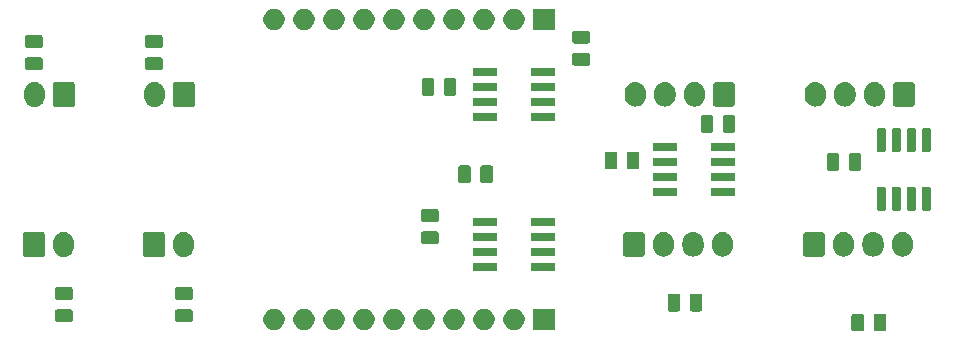
<source format=gbr>
G04 #@! TF.GenerationSoftware,KiCad,Pcbnew,(5.1.5)-3*
G04 #@! TF.CreationDate,2020-02-22T21:26:02+01:00*
G04 #@! TF.ProjectId,SchluesselbrettV2,5363686c-7565-4737-9365-6c6272657474,rev?*
G04 #@! TF.SameCoordinates,Original*
G04 #@! TF.FileFunction,Soldermask,Bot*
G04 #@! TF.FilePolarity,Negative*
%FSLAX46Y46*%
G04 Gerber Fmt 4.6, Leading zero omitted, Abs format (unit mm)*
G04 Created by KiCad (PCBNEW (5.1.5)-3) date 2020-02-22 21:26:02*
%MOMM*%
%LPD*%
G04 APERTURE LIST*
%ADD10C,0.100000*%
G04 APERTURE END LIST*
D10*
G36*
X163439968Y-87137565D02*
G01*
X163478638Y-87149296D01*
X163514277Y-87168346D01*
X163545517Y-87193983D01*
X163571154Y-87225223D01*
X163590204Y-87260862D01*
X163601935Y-87299532D01*
X163606500Y-87345888D01*
X163606500Y-88422112D01*
X163601935Y-88468468D01*
X163590204Y-88507138D01*
X163571154Y-88542777D01*
X163545517Y-88574017D01*
X163514277Y-88599654D01*
X163478638Y-88618704D01*
X163439968Y-88630435D01*
X163393612Y-88635000D01*
X162742388Y-88635000D01*
X162696032Y-88630435D01*
X162657362Y-88618704D01*
X162621723Y-88599654D01*
X162590483Y-88574017D01*
X162564846Y-88542777D01*
X162545796Y-88507138D01*
X162534065Y-88468468D01*
X162529500Y-88422112D01*
X162529500Y-87345888D01*
X162534065Y-87299532D01*
X162545796Y-87260862D01*
X162564846Y-87225223D01*
X162590483Y-87193983D01*
X162621723Y-87168346D01*
X162657362Y-87149296D01*
X162696032Y-87137565D01*
X162742388Y-87133000D01*
X163393612Y-87133000D01*
X163439968Y-87137565D01*
G37*
G36*
X161564968Y-87137565D02*
G01*
X161603638Y-87149296D01*
X161639277Y-87168346D01*
X161670517Y-87193983D01*
X161696154Y-87225223D01*
X161715204Y-87260862D01*
X161726935Y-87299532D01*
X161731500Y-87345888D01*
X161731500Y-88422112D01*
X161726935Y-88468468D01*
X161715204Y-88507138D01*
X161696154Y-88542777D01*
X161670517Y-88574017D01*
X161639277Y-88599654D01*
X161603638Y-88618704D01*
X161564968Y-88630435D01*
X161518612Y-88635000D01*
X160867388Y-88635000D01*
X160821032Y-88630435D01*
X160782362Y-88618704D01*
X160746723Y-88599654D01*
X160715483Y-88574017D01*
X160689846Y-88542777D01*
X160670796Y-88507138D01*
X160659065Y-88468468D01*
X160654500Y-88422112D01*
X160654500Y-87345888D01*
X160659065Y-87299532D01*
X160670796Y-87260862D01*
X160689846Y-87225223D01*
X160715483Y-87193983D01*
X160746723Y-87168346D01*
X160782362Y-87149296D01*
X160821032Y-87137565D01*
X160867388Y-87133000D01*
X161518612Y-87133000D01*
X161564968Y-87137565D01*
G37*
G36*
X135521000Y-88531000D02*
G01*
X133719000Y-88531000D01*
X133719000Y-86729000D01*
X135521000Y-86729000D01*
X135521000Y-88531000D01*
G37*
G36*
X127113512Y-86733927D02*
G01*
X127262812Y-86763624D01*
X127426784Y-86831544D01*
X127574354Y-86930147D01*
X127699853Y-87055646D01*
X127798456Y-87203216D01*
X127866376Y-87367188D01*
X127901000Y-87541259D01*
X127901000Y-87718741D01*
X127866376Y-87892812D01*
X127798456Y-88056784D01*
X127699853Y-88204354D01*
X127574354Y-88329853D01*
X127426784Y-88428456D01*
X127262812Y-88496376D01*
X127113512Y-88526073D01*
X127088742Y-88531000D01*
X126911258Y-88531000D01*
X126886488Y-88526073D01*
X126737188Y-88496376D01*
X126573216Y-88428456D01*
X126425646Y-88329853D01*
X126300147Y-88204354D01*
X126201544Y-88056784D01*
X126133624Y-87892812D01*
X126099000Y-87718741D01*
X126099000Y-87541259D01*
X126133624Y-87367188D01*
X126201544Y-87203216D01*
X126300147Y-87055646D01*
X126425646Y-86930147D01*
X126573216Y-86831544D01*
X126737188Y-86763624D01*
X126886488Y-86733927D01*
X126911258Y-86729000D01*
X127088742Y-86729000D01*
X127113512Y-86733927D01*
G37*
G36*
X129653512Y-86733927D02*
G01*
X129802812Y-86763624D01*
X129966784Y-86831544D01*
X130114354Y-86930147D01*
X130239853Y-87055646D01*
X130338456Y-87203216D01*
X130406376Y-87367188D01*
X130441000Y-87541259D01*
X130441000Y-87718741D01*
X130406376Y-87892812D01*
X130338456Y-88056784D01*
X130239853Y-88204354D01*
X130114354Y-88329853D01*
X129966784Y-88428456D01*
X129802812Y-88496376D01*
X129653512Y-88526073D01*
X129628742Y-88531000D01*
X129451258Y-88531000D01*
X129426488Y-88526073D01*
X129277188Y-88496376D01*
X129113216Y-88428456D01*
X128965646Y-88329853D01*
X128840147Y-88204354D01*
X128741544Y-88056784D01*
X128673624Y-87892812D01*
X128639000Y-87718741D01*
X128639000Y-87541259D01*
X128673624Y-87367188D01*
X128741544Y-87203216D01*
X128840147Y-87055646D01*
X128965646Y-86930147D01*
X129113216Y-86831544D01*
X129277188Y-86763624D01*
X129426488Y-86733927D01*
X129451258Y-86729000D01*
X129628742Y-86729000D01*
X129653512Y-86733927D01*
G37*
G36*
X124573512Y-86733927D02*
G01*
X124722812Y-86763624D01*
X124886784Y-86831544D01*
X125034354Y-86930147D01*
X125159853Y-87055646D01*
X125258456Y-87203216D01*
X125326376Y-87367188D01*
X125361000Y-87541259D01*
X125361000Y-87718741D01*
X125326376Y-87892812D01*
X125258456Y-88056784D01*
X125159853Y-88204354D01*
X125034354Y-88329853D01*
X124886784Y-88428456D01*
X124722812Y-88496376D01*
X124573512Y-88526073D01*
X124548742Y-88531000D01*
X124371258Y-88531000D01*
X124346488Y-88526073D01*
X124197188Y-88496376D01*
X124033216Y-88428456D01*
X123885646Y-88329853D01*
X123760147Y-88204354D01*
X123661544Y-88056784D01*
X123593624Y-87892812D01*
X123559000Y-87718741D01*
X123559000Y-87541259D01*
X123593624Y-87367188D01*
X123661544Y-87203216D01*
X123760147Y-87055646D01*
X123885646Y-86930147D01*
X124033216Y-86831544D01*
X124197188Y-86763624D01*
X124346488Y-86733927D01*
X124371258Y-86729000D01*
X124548742Y-86729000D01*
X124573512Y-86733927D01*
G37*
G36*
X122033512Y-86733927D02*
G01*
X122182812Y-86763624D01*
X122346784Y-86831544D01*
X122494354Y-86930147D01*
X122619853Y-87055646D01*
X122718456Y-87203216D01*
X122786376Y-87367188D01*
X122821000Y-87541259D01*
X122821000Y-87718741D01*
X122786376Y-87892812D01*
X122718456Y-88056784D01*
X122619853Y-88204354D01*
X122494354Y-88329853D01*
X122346784Y-88428456D01*
X122182812Y-88496376D01*
X122033512Y-88526073D01*
X122008742Y-88531000D01*
X121831258Y-88531000D01*
X121806488Y-88526073D01*
X121657188Y-88496376D01*
X121493216Y-88428456D01*
X121345646Y-88329853D01*
X121220147Y-88204354D01*
X121121544Y-88056784D01*
X121053624Y-87892812D01*
X121019000Y-87718741D01*
X121019000Y-87541259D01*
X121053624Y-87367188D01*
X121121544Y-87203216D01*
X121220147Y-87055646D01*
X121345646Y-86930147D01*
X121493216Y-86831544D01*
X121657188Y-86763624D01*
X121806488Y-86733927D01*
X121831258Y-86729000D01*
X122008742Y-86729000D01*
X122033512Y-86733927D01*
G37*
G36*
X119493512Y-86733927D02*
G01*
X119642812Y-86763624D01*
X119806784Y-86831544D01*
X119954354Y-86930147D01*
X120079853Y-87055646D01*
X120178456Y-87203216D01*
X120246376Y-87367188D01*
X120281000Y-87541259D01*
X120281000Y-87718741D01*
X120246376Y-87892812D01*
X120178456Y-88056784D01*
X120079853Y-88204354D01*
X119954354Y-88329853D01*
X119806784Y-88428456D01*
X119642812Y-88496376D01*
X119493512Y-88526073D01*
X119468742Y-88531000D01*
X119291258Y-88531000D01*
X119266488Y-88526073D01*
X119117188Y-88496376D01*
X118953216Y-88428456D01*
X118805646Y-88329853D01*
X118680147Y-88204354D01*
X118581544Y-88056784D01*
X118513624Y-87892812D01*
X118479000Y-87718741D01*
X118479000Y-87541259D01*
X118513624Y-87367188D01*
X118581544Y-87203216D01*
X118680147Y-87055646D01*
X118805646Y-86930147D01*
X118953216Y-86831544D01*
X119117188Y-86763624D01*
X119266488Y-86733927D01*
X119291258Y-86729000D01*
X119468742Y-86729000D01*
X119493512Y-86733927D01*
G37*
G36*
X114413512Y-86733927D02*
G01*
X114562812Y-86763624D01*
X114726784Y-86831544D01*
X114874354Y-86930147D01*
X114999853Y-87055646D01*
X115098456Y-87203216D01*
X115166376Y-87367188D01*
X115201000Y-87541259D01*
X115201000Y-87718741D01*
X115166376Y-87892812D01*
X115098456Y-88056784D01*
X114999853Y-88204354D01*
X114874354Y-88329853D01*
X114726784Y-88428456D01*
X114562812Y-88496376D01*
X114413512Y-88526073D01*
X114388742Y-88531000D01*
X114211258Y-88531000D01*
X114186488Y-88526073D01*
X114037188Y-88496376D01*
X113873216Y-88428456D01*
X113725646Y-88329853D01*
X113600147Y-88204354D01*
X113501544Y-88056784D01*
X113433624Y-87892812D01*
X113399000Y-87718741D01*
X113399000Y-87541259D01*
X113433624Y-87367188D01*
X113501544Y-87203216D01*
X113600147Y-87055646D01*
X113725646Y-86930147D01*
X113873216Y-86831544D01*
X114037188Y-86763624D01*
X114186488Y-86733927D01*
X114211258Y-86729000D01*
X114388742Y-86729000D01*
X114413512Y-86733927D01*
G37*
G36*
X111873512Y-86733927D02*
G01*
X112022812Y-86763624D01*
X112186784Y-86831544D01*
X112334354Y-86930147D01*
X112459853Y-87055646D01*
X112558456Y-87203216D01*
X112626376Y-87367188D01*
X112661000Y-87541259D01*
X112661000Y-87718741D01*
X112626376Y-87892812D01*
X112558456Y-88056784D01*
X112459853Y-88204354D01*
X112334354Y-88329853D01*
X112186784Y-88428456D01*
X112022812Y-88496376D01*
X111873512Y-88526073D01*
X111848742Y-88531000D01*
X111671258Y-88531000D01*
X111646488Y-88526073D01*
X111497188Y-88496376D01*
X111333216Y-88428456D01*
X111185646Y-88329853D01*
X111060147Y-88204354D01*
X110961544Y-88056784D01*
X110893624Y-87892812D01*
X110859000Y-87718741D01*
X110859000Y-87541259D01*
X110893624Y-87367188D01*
X110961544Y-87203216D01*
X111060147Y-87055646D01*
X111185646Y-86930147D01*
X111333216Y-86831544D01*
X111497188Y-86763624D01*
X111646488Y-86733927D01*
X111671258Y-86729000D01*
X111848742Y-86729000D01*
X111873512Y-86733927D01*
G37*
G36*
X132193512Y-86733927D02*
G01*
X132342812Y-86763624D01*
X132506784Y-86831544D01*
X132654354Y-86930147D01*
X132779853Y-87055646D01*
X132878456Y-87203216D01*
X132946376Y-87367188D01*
X132981000Y-87541259D01*
X132981000Y-87718741D01*
X132946376Y-87892812D01*
X132878456Y-88056784D01*
X132779853Y-88204354D01*
X132654354Y-88329853D01*
X132506784Y-88428456D01*
X132342812Y-88496376D01*
X132193512Y-88526073D01*
X132168742Y-88531000D01*
X131991258Y-88531000D01*
X131966488Y-88526073D01*
X131817188Y-88496376D01*
X131653216Y-88428456D01*
X131505646Y-88329853D01*
X131380147Y-88204354D01*
X131281544Y-88056784D01*
X131213624Y-87892812D01*
X131179000Y-87718741D01*
X131179000Y-87541259D01*
X131213624Y-87367188D01*
X131281544Y-87203216D01*
X131380147Y-87055646D01*
X131505646Y-86930147D01*
X131653216Y-86831544D01*
X131817188Y-86763624D01*
X131966488Y-86733927D01*
X131991258Y-86729000D01*
X132168742Y-86729000D01*
X132193512Y-86733927D01*
G37*
G36*
X116953512Y-86733927D02*
G01*
X117102812Y-86763624D01*
X117266784Y-86831544D01*
X117414354Y-86930147D01*
X117539853Y-87055646D01*
X117638456Y-87203216D01*
X117706376Y-87367188D01*
X117741000Y-87541259D01*
X117741000Y-87718741D01*
X117706376Y-87892812D01*
X117638456Y-88056784D01*
X117539853Y-88204354D01*
X117414354Y-88329853D01*
X117266784Y-88428456D01*
X117102812Y-88496376D01*
X116953512Y-88526073D01*
X116928742Y-88531000D01*
X116751258Y-88531000D01*
X116726488Y-88526073D01*
X116577188Y-88496376D01*
X116413216Y-88428456D01*
X116265646Y-88329853D01*
X116140147Y-88204354D01*
X116041544Y-88056784D01*
X115973624Y-87892812D01*
X115939000Y-87718741D01*
X115939000Y-87541259D01*
X115973624Y-87367188D01*
X116041544Y-87203216D01*
X116140147Y-87055646D01*
X116265646Y-86930147D01*
X116413216Y-86831544D01*
X116577188Y-86763624D01*
X116726488Y-86733927D01*
X116751258Y-86729000D01*
X116928742Y-86729000D01*
X116953512Y-86733927D01*
G37*
G36*
X94564468Y-86763565D02*
G01*
X94603138Y-86775296D01*
X94638777Y-86794346D01*
X94670017Y-86819983D01*
X94695654Y-86851223D01*
X94714704Y-86886862D01*
X94726435Y-86925532D01*
X94731000Y-86971888D01*
X94731000Y-87623112D01*
X94726435Y-87669468D01*
X94714704Y-87708138D01*
X94695654Y-87743777D01*
X94670017Y-87775017D01*
X94638777Y-87800654D01*
X94603138Y-87819704D01*
X94564468Y-87831435D01*
X94518112Y-87836000D01*
X93441888Y-87836000D01*
X93395532Y-87831435D01*
X93356862Y-87819704D01*
X93321223Y-87800654D01*
X93289983Y-87775017D01*
X93264346Y-87743777D01*
X93245296Y-87708138D01*
X93233565Y-87669468D01*
X93229000Y-87623112D01*
X93229000Y-86971888D01*
X93233565Y-86925532D01*
X93245296Y-86886862D01*
X93264346Y-86851223D01*
X93289983Y-86819983D01*
X93321223Y-86794346D01*
X93356862Y-86775296D01*
X93395532Y-86763565D01*
X93441888Y-86759000D01*
X94518112Y-86759000D01*
X94564468Y-86763565D01*
G37*
G36*
X104724468Y-86763565D02*
G01*
X104763138Y-86775296D01*
X104798777Y-86794346D01*
X104830017Y-86819983D01*
X104855654Y-86851223D01*
X104874704Y-86886862D01*
X104886435Y-86925532D01*
X104891000Y-86971888D01*
X104891000Y-87623112D01*
X104886435Y-87669468D01*
X104874704Y-87708138D01*
X104855654Y-87743777D01*
X104830017Y-87775017D01*
X104798777Y-87800654D01*
X104763138Y-87819704D01*
X104724468Y-87831435D01*
X104678112Y-87836000D01*
X103601888Y-87836000D01*
X103555532Y-87831435D01*
X103516862Y-87819704D01*
X103481223Y-87800654D01*
X103449983Y-87775017D01*
X103424346Y-87743777D01*
X103405296Y-87708138D01*
X103393565Y-87669468D01*
X103389000Y-87623112D01*
X103389000Y-86971888D01*
X103393565Y-86925532D01*
X103405296Y-86886862D01*
X103424346Y-86851223D01*
X103449983Y-86819983D01*
X103481223Y-86794346D01*
X103516862Y-86775296D01*
X103555532Y-86763565D01*
X103601888Y-86759000D01*
X104678112Y-86759000D01*
X104724468Y-86763565D01*
G37*
G36*
X145992468Y-85461165D02*
G01*
X146031138Y-85472896D01*
X146066777Y-85491946D01*
X146098017Y-85517583D01*
X146123654Y-85548823D01*
X146142704Y-85584462D01*
X146154435Y-85623132D01*
X146159000Y-85669488D01*
X146159000Y-86745712D01*
X146154435Y-86792068D01*
X146142704Y-86830738D01*
X146123654Y-86866377D01*
X146098017Y-86897617D01*
X146066777Y-86923254D01*
X146031138Y-86942304D01*
X145992468Y-86954035D01*
X145946112Y-86958600D01*
X145294888Y-86958600D01*
X145248532Y-86954035D01*
X145209862Y-86942304D01*
X145174223Y-86923254D01*
X145142983Y-86897617D01*
X145117346Y-86866377D01*
X145098296Y-86830738D01*
X145086565Y-86792068D01*
X145082000Y-86745712D01*
X145082000Y-85669488D01*
X145086565Y-85623132D01*
X145098296Y-85584462D01*
X145117346Y-85548823D01*
X145142983Y-85517583D01*
X145174223Y-85491946D01*
X145209862Y-85472896D01*
X145248532Y-85461165D01*
X145294888Y-85456600D01*
X145946112Y-85456600D01*
X145992468Y-85461165D01*
G37*
G36*
X147867468Y-85461165D02*
G01*
X147906138Y-85472896D01*
X147941777Y-85491946D01*
X147973017Y-85517583D01*
X147998654Y-85548823D01*
X148017704Y-85584462D01*
X148029435Y-85623132D01*
X148034000Y-85669488D01*
X148034000Y-86745712D01*
X148029435Y-86792068D01*
X148017704Y-86830738D01*
X147998654Y-86866377D01*
X147973017Y-86897617D01*
X147941777Y-86923254D01*
X147906138Y-86942304D01*
X147867468Y-86954035D01*
X147821112Y-86958600D01*
X147169888Y-86958600D01*
X147123532Y-86954035D01*
X147084862Y-86942304D01*
X147049223Y-86923254D01*
X147017983Y-86897617D01*
X146992346Y-86866377D01*
X146973296Y-86830738D01*
X146961565Y-86792068D01*
X146957000Y-86745712D01*
X146957000Y-85669488D01*
X146961565Y-85623132D01*
X146973296Y-85584462D01*
X146992346Y-85548823D01*
X147017983Y-85517583D01*
X147049223Y-85491946D01*
X147084862Y-85472896D01*
X147123532Y-85461165D01*
X147169888Y-85456600D01*
X147821112Y-85456600D01*
X147867468Y-85461165D01*
G37*
G36*
X94564468Y-84888565D02*
G01*
X94603138Y-84900296D01*
X94638777Y-84919346D01*
X94670017Y-84944983D01*
X94695654Y-84976223D01*
X94714704Y-85011862D01*
X94726435Y-85050532D01*
X94731000Y-85096888D01*
X94731000Y-85748112D01*
X94726435Y-85794468D01*
X94714704Y-85833138D01*
X94695654Y-85868777D01*
X94670017Y-85900017D01*
X94638777Y-85925654D01*
X94603138Y-85944704D01*
X94564468Y-85956435D01*
X94518112Y-85961000D01*
X93441888Y-85961000D01*
X93395532Y-85956435D01*
X93356862Y-85944704D01*
X93321223Y-85925654D01*
X93289983Y-85900017D01*
X93264346Y-85868777D01*
X93245296Y-85833138D01*
X93233565Y-85794468D01*
X93229000Y-85748112D01*
X93229000Y-85096888D01*
X93233565Y-85050532D01*
X93245296Y-85011862D01*
X93264346Y-84976223D01*
X93289983Y-84944983D01*
X93321223Y-84919346D01*
X93356862Y-84900296D01*
X93395532Y-84888565D01*
X93441888Y-84884000D01*
X94518112Y-84884000D01*
X94564468Y-84888565D01*
G37*
G36*
X104724468Y-84888565D02*
G01*
X104763138Y-84900296D01*
X104798777Y-84919346D01*
X104830017Y-84944983D01*
X104855654Y-84976223D01*
X104874704Y-85011862D01*
X104886435Y-85050532D01*
X104891000Y-85096888D01*
X104891000Y-85748112D01*
X104886435Y-85794468D01*
X104874704Y-85833138D01*
X104855654Y-85868777D01*
X104830017Y-85900017D01*
X104798777Y-85925654D01*
X104763138Y-85944704D01*
X104724468Y-85956435D01*
X104678112Y-85961000D01*
X103601888Y-85961000D01*
X103555532Y-85956435D01*
X103516862Y-85944704D01*
X103481223Y-85925654D01*
X103449983Y-85900017D01*
X103424346Y-85868777D01*
X103405296Y-85833138D01*
X103393565Y-85794468D01*
X103389000Y-85748112D01*
X103389000Y-85096888D01*
X103393565Y-85050532D01*
X103405296Y-85011862D01*
X103424346Y-84976223D01*
X103449983Y-84944983D01*
X103481223Y-84919346D01*
X103516862Y-84900296D01*
X103555532Y-84888565D01*
X103601888Y-84884000D01*
X104678112Y-84884000D01*
X104724468Y-84888565D01*
G37*
G36*
X135489928Y-82836764D02*
G01*
X135511009Y-82843160D01*
X135530445Y-82853548D01*
X135547476Y-82867524D01*
X135561452Y-82884555D01*
X135571840Y-82903991D01*
X135578236Y-82925072D01*
X135581000Y-82953140D01*
X135581000Y-83416860D01*
X135578236Y-83444928D01*
X135571840Y-83466009D01*
X135561452Y-83485445D01*
X135547476Y-83502476D01*
X135530445Y-83516452D01*
X135511009Y-83526840D01*
X135489928Y-83533236D01*
X135461860Y-83536000D01*
X133648140Y-83536000D01*
X133620072Y-83533236D01*
X133598991Y-83526840D01*
X133579555Y-83516452D01*
X133562524Y-83502476D01*
X133548548Y-83485445D01*
X133538160Y-83466009D01*
X133531764Y-83444928D01*
X133529000Y-83416860D01*
X133529000Y-82953140D01*
X133531764Y-82925072D01*
X133538160Y-82903991D01*
X133548548Y-82884555D01*
X133562524Y-82867524D01*
X133579555Y-82853548D01*
X133598991Y-82843160D01*
X133620072Y-82836764D01*
X133648140Y-82834000D01*
X135461860Y-82834000D01*
X135489928Y-82836764D01*
G37*
G36*
X130539928Y-82836764D02*
G01*
X130561009Y-82843160D01*
X130580445Y-82853548D01*
X130597476Y-82867524D01*
X130611452Y-82884555D01*
X130621840Y-82903991D01*
X130628236Y-82925072D01*
X130631000Y-82953140D01*
X130631000Y-83416860D01*
X130628236Y-83444928D01*
X130621840Y-83466009D01*
X130611452Y-83485445D01*
X130597476Y-83502476D01*
X130580445Y-83516452D01*
X130561009Y-83526840D01*
X130539928Y-83533236D01*
X130511860Y-83536000D01*
X128698140Y-83536000D01*
X128670072Y-83533236D01*
X128648991Y-83526840D01*
X128629555Y-83516452D01*
X128612524Y-83502476D01*
X128598548Y-83485445D01*
X128588160Y-83466009D01*
X128581764Y-83444928D01*
X128579000Y-83416860D01*
X128579000Y-82953140D01*
X128581764Y-82925072D01*
X128588160Y-82903991D01*
X128598548Y-82884555D01*
X128612524Y-82867524D01*
X128629555Y-82853548D01*
X128648991Y-82843160D01*
X128670072Y-82836764D01*
X128698140Y-82834000D01*
X130511860Y-82834000D01*
X130539928Y-82836764D01*
G37*
G36*
X104276626Y-80242037D02*
G01*
X104446465Y-80293557D01*
X104446467Y-80293558D01*
X104602989Y-80377221D01*
X104740186Y-80489814D01*
X104823448Y-80591271D01*
X104852778Y-80627009D01*
X104936443Y-80783534D01*
X104987963Y-80953373D01*
X105001000Y-81085742D01*
X105001000Y-81474257D01*
X104987963Y-81606626D01*
X104936443Y-81776466D01*
X104852778Y-81932991D01*
X104823448Y-81968729D01*
X104740186Y-82070186D01*
X104652178Y-82142411D01*
X104602991Y-82182778D01*
X104446466Y-82266443D01*
X104276627Y-82317963D01*
X104100000Y-82335359D01*
X103923374Y-82317963D01*
X103753535Y-82266443D01*
X103597010Y-82182778D01*
X103459815Y-82070185D01*
X103347222Y-81932991D01*
X103263557Y-81776466D01*
X103212037Y-81606627D01*
X103199000Y-81474258D01*
X103199000Y-81085743D01*
X103212037Y-80953374D01*
X103263557Y-80783535D01*
X103263559Y-80783532D01*
X103347221Y-80627011D01*
X103459814Y-80489814D01*
X103573641Y-80396400D01*
X103597009Y-80377222D01*
X103701197Y-80321532D01*
X103753532Y-80293558D01*
X103753534Y-80293557D01*
X103923373Y-80242037D01*
X104100000Y-80224641D01*
X104276626Y-80242037D01*
G37*
G36*
X94116626Y-80242037D02*
G01*
X94286465Y-80293557D01*
X94286467Y-80293558D01*
X94442989Y-80377221D01*
X94580186Y-80489814D01*
X94663448Y-80591271D01*
X94692778Y-80627009D01*
X94776443Y-80783534D01*
X94827963Y-80953373D01*
X94841000Y-81085742D01*
X94841000Y-81474257D01*
X94827963Y-81606626D01*
X94776443Y-81776466D01*
X94692778Y-81932991D01*
X94663448Y-81968729D01*
X94580186Y-82070186D01*
X94492178Y-82142411D01*
X94442991Y-82182778D01*
X94286466Y-82266443D01*
X94116627Y-82317963D01*
X93940000Y-82335359D01*
X93763374Y-82317963D01*
X93593535Y-82266443D01*
X93437010Y-82182778D01*
X93299815Y-82070185D01*
X93187222Y-81932991D01*
X93103557Y-81776466D01*
X93052037Y-81606627D01*
X93039000Y-81474258D01*
X93039000Y-81085743D01*
X93052037Y-80953374D01*
X93103557Y-80783535D01*
X93103559Y-80783532D01*
X93187221Y-80627011D01*
X93299814Y-80489814D01*
X93413641Y-80396400D01*
X93437009Y-80377222D01*
X93541197Y-80321532D01*
X93593532Y-80293558D01*
X93593534Y-80293557D01*
X93763373Y-80242037D01*
X93940000Y-80224641D01*
X94116626Y-80242037D01*
G37*
G36*
X92198600Y-80232989D02*
G01*
X92231652Y-80243015D01*
X92262103Y-80259292D01*
X92288799Y-80281201D01*
X92310708Y-80307897D01*
X92326985Y-80338348D01*
X92337011Y-80371400D01*
X92341000Y-80411903D01*
X92341000Y-82148097D01*
X92337011Y-82188600D01*
X92326985Y-82221652D01*
X92310708Y-82252103D01*
X92288799Y-82278799D01*
X92262103Y-82300708D01*
X92231652Y-82316985D01*
X92198600Y-82327011D01*
X92158097Y-82331000D01*
X90721903Y-82331000D01*
X90681400Y-82327011D01*
X90648348Y-82316985D01*
X90617897Y-82300708D01*
X90591201Y-82278799D01*
X90569292Y-82252103D01*
X90553015Y-82221652D01*
X90542989Y-82188600D01*
X90539000Y-82148097D01*
X90539000Y-80411903D01*
X90542989Y-80371400D01*
X90553015Y-80338348D01*
X90569292Y-80307897D01*
X90591201Y-80281201D01*
X90617897Y-80259292D01*
X90648348Y-80243015D01*
X90681400Y-80232989D01*
X90721903Y-80229000D01*
X92158097Y-80229000D01*
X92198600Y-80232989D01*
G37*
G36*
X102358600Y-80232989D02*
G01*
X102391652Y-80243015D01*
X102422103Y-80259292D01*
X102448799Y-80281201D01*
X102470708Y-80307897D01*
X102486985Y-80338348D01*
X102497011Y-80371400D01*
X102501000Y-80411903D01*
X102501000Y-82148097D01*
X102497011Y-82188600D01*
X102486985Y-82221652D01*
X102470708Y-82252103D01*
X102448799Y-82278799D01*
X102422103Y-82300708D01*
X102391652Y-82316985D01*
X102358600Y-82327011D01*
X102318097Y-82331000D01*
X100881903Y-82331000D01*
X100841400Y-82327011D01*
X100808348Y-82316985D01*
X100777897Y-82300708D01*
X100751201Y-82278799D01*
X100729292Y-82252103D01*
X100713015Y-82221652D01*
X100702989Y-82188600D01*
X100699000Y-82148097D01*
X100699000Y-80411903D01*
X100702989Y-80371400D01*
X100713015Y-80338348D01*
X100729292Y-80307897D01*
X100751201Y-80281201D01*
X100777897Y-80259292D01*
X100808348Y-80243015D01*
X100841400Y-80232989D01*
X100881903Y-80229000D01*
X102318097Y-80229000D01*
X102358600Y-80232989D01*
G37*
G36*
X149916626Y-80267037D02*
G01*
X150086465Y-80318557D01*
X150086467Y-80318558D01*
X150242989Y-80402221D01*
X150380186Y-80514814D01*
X150463448Y-80616271D01*
X150492778Y-80652009D01*
X150576443Y-80808534D01*
X150627963Y-80978373D01*
X150627963Y-80978375D01*
X150641000Y-81110740D01*
X150641000Y-81449259D01*
X150634481Y-81515442D01*
X150627963Y-81581626D01*
X150576443Y-81751466D01*
X150492778Y-81907991D01*
X150472261Y-81932991D01*
X150380186Y-82045186D01*
X150291827Y-82117699D01*
X150242991Y-82157778D01*
X150242989Y-82157779D01*
X150135105Y-82215445D01*
X150086466Y-82241443D01*
X149916627Y-82292963D01*
X149740000Y-82310359D01*
X149563374Y-82292963D01*
X149393535Y-82241443D01*
X149344897Y-82215445D01*
X149237012Y-82157779D01*
X149237010Y-82157778D01*
X149099815Y-82045185D01*
X148987222Y-81907991D01*
X148903557Y-81751466D01*
X148852037Y-81581627D01*
X148839000Y-81449258D01*
X148839000Y-81110743D01*
X148839651Y-81104138D01*
X148852037Y-80978376D01*
X148852037Y-80978374D01*
X148903557Y-80808535D01*
X148987222Y-80652010D01*
X149007738Y-80627011D01*
X149099814Y-80514814D01*
X149210168Y-80424250D01*
X149237009Y-80402222D01*
X149343309Y-80345403D01*
X149393532Y-80318558D01*
X149393534Y-80318557D01*
X149563373Y-80267037D01*
X149740000Y-80249641D01*
X149916626Y-80267037D01*
G37*
G36*
X147416626Y-80267037D02*
G01*
X147586465Y-80318557D01*
X147586467Y-80318558D01*
X147742989Y-80402221D01*
X147880186Y-80514814D01*
X147963448Y-80616271D01*
X147992778Y-80652009D01*
X148076443Y-80808534D01*
X148127963Y-80978373D01*
X148127963Y-80978375D01*
X148141000Y-81110740D01*
X148141000Y-81449259D01*
X148134481Y-81515442D01*
X148127963Y-81581626D01*
X148076443Y-81751466D01*
X147992778Y-81907991D01*
X147972261Y-81932991D01*
X147880186Y-82045186D01*
X147791827Y-82117699D01*
X147742991Y-82157778D01*
X147742989Y-82157779D01*
X147635105Y-82215445D01*
X147586466Y-82241443D01*
X147416627Y-82292963D01*
X147240000Y-82310359D01*
X147063374Y-82292963D01*
X146893535Y-82241443D01*
X146844897Y-82215445D01*
X146737012Y-82157779D01*
X146737010Y-82157778D01*
X146599815Y-82045185D01*
X146487222Y-81907991D01*
X146403557Y-81751466D01*
X146352037Y-81581627D01*
X146339000Y-81449258D01*
X146339000Y-81110743D01*
X146339651Y-81104138D01*
X146352037Y-80978376D01*
X146352037Y-80978374D01*
X146403557Y-80808535D01*
X146487222Y-80652010D01*
X146507738Y-80627011D01*
X146599814Y-80514814D01*
X146710168Y-80424250D01*
X146737009Y-80402222D01*
X146843309Y-80345403D01*
X146893532Y-80318558D01*
X146893534Y-80318557D01*
X147063373Y-80267037D01*
X147240000Y-80249641D01*
X147416626Y-80267037D01*
G37*
G36*
X160156626Y-80267037D02*
G01*
X160326465Y-80318557D01*
X160326467Y-80318558D01*
X160482989Y-80402221D01*
X160620186Y-80514814D01*
X160703448Y-80616271D01*
X160732778Y-80652009D01*
X160816443Y-80808534D01*
X160867963Y-80978373D01*
X160867963Y-80978375D01*
X160881000Y-81110740D01*
X160881000Y-81449259D01*
X160874481Y-81515442D01*
X160867963Y-81581626D01*
X160816443Y-81751466D01*
X160732778Y-81907991D01*
X160712261Y-81932991D01*
X160620186Y-82045186D01*
X160531827Y-82117699D01*
X160482991Y-82157778D01*
X160482989Y-82157779D01*
X160375105Y-82215445D01*
X160326466Y-82241443D01*
X160156627Y-82292963D01*
X159980000Y-82310359D01*
X159803374Y-82292963D01*
X159633535Y-82241443D01*
X159584897Y-82215445D01*
X159477012Y-82157779D01*
X159477010Y-82157778D01*
X159339815Y-82045185D01*
X159227222Y-81907991D01*
X159143557Y-81751466D01*
X159092037Y-81581627D01*
X159079000Y-81449258D01*
X159079000Y-81110743D01*
X159079651Y-81104138D01*
X159092037Y-80978376D01*
X159092037Y-80978374D01*
X159143557Y-80808535D01*
X159227222Y-80652010D01*
X159247738Y-80627011D01*
X159339814Y-80514814D01*
X159450168Y-80424250D01*
X159477009Y-80402222D01*
X159583309Y-80345403D01*
X159633532Y-80318558D01*
X159633534Y-80318557D01*
X159803373Y-80267037D01*
X159980000Y-80249641D01*
X160156626Y-80267037D01*
G37*
G36*
X162656626Y-80267037D02*
G01*
X162826465Y-80318557D01*
X162826467Y-80318558D01*
X162982989Y-80402221D01*
X163120186Y-80514814D01*
X163203448Y-80616271D01*
X163232778Y-80652009D01*
X163316443Y-80808534D01*
X163367963Y-80978373D01*
X163367963Y-80978375D01*
X163381000Y-81110740D01*
X163381000Y-81449259D01*
X163374481Y-81515442D01*
X163367963Y-81581626D01*
X163316443Y-81751466D01*
X163232778Y-81907991D01*
X163212261Y-81932991D01*
X163120186Y-82045186D01*
X163031827Y-82117699D01*
X162982991Y-82157778D01*
X162982989Y-82157779D01*
X162875105Y-82215445D01*
X162826466Y-82241443D01*
X162656627Y-82292963D01*
X162480000Y-82310359D01*
X162303374Y-82292963D01*
X162133535Y-82241443D01*
X162084897Y-82215445D01*
X161977012Y-82157779D01*
X161977010Y-82157778D01*
X161839815Y-82045185D01*
X161727222Y-81907991D01*
X161643557Y-81751466D01*
X161592037Y-81581627D01*
X161579000Y-81449258D01*
X161579000Y-81110743D01*
X161579651Y-81104138D01*
X161592037Y-80978376D01*
X161592037Y-80978374D01*
X161643557Y-80808535D01*
X161727222Y-80652010D01*
X161747738Y-80627011D01*
X161839814Y-80514814D01*
X161950168Y-80424250D01*
X161977009Y-80402222D01*
X162083309Y-80345403D01*
X162133532Y-80318558D01*
X162133534Y-80318557D01*
X162303373Y-80267037D01*
X162480000Y-80249641D01*
X162656626Y-80267037D01*
G37*
G36*
X165156626Y-80267037D02*
G01*
X165326465Y-80318557D01*
X165326467Y-80318558D01*
X165482989Y-80402221D01*
X165620186Y-80514814D01*
X165703448Y-80616271D01*
X165732778Y-80652009D01*
X165816443Y-80808534D01*
X165867963Y-80978373D01*
X165867963Y-80978375D01*
X165881000Y-81110740D01*
X165881000Y-81449259D01*
X165874481Y-81515442D01*
X165867963Y-81581626D01*
X165816443Y-81751466D01*
X165732778Y-81907991D01*
X165712261Y-81932991D01*
X165620186Y-82045186D01*
X165531827Y-82117699D01*
X165482991Y-82157778D01*
X165482989Y-82157779D01*
X165375105Y-82215445D01*
X165326466Y-82241443D01*
X165156627Y-82292963D01*
X164980000Y-82310359D01*
X164803374Y-82292963D01*
X164633535Y-82241443D01*
X164584897Y-82215445D01*
X164477012Y-82157779D01*
X164477010Y-82157778D01*
X164339815Y-82045185D01*
X164227222Y-81907991D01*
X164143557Y-81751466D01*
X164092037Y-81581627D01*
X164079000Y-81449258D01*
X164079000Y-81110743D01*
X164079651Y-81104138D01*
X164092037Y-80978376D01*
X164092037Y-80978374D01*
X164143557Y-80808535D01*
X164227222Y-80652010D01*
X164247738Y-80627011D01*
X164339814Y-80514814D01*
X164450168Y-80424250D01*
X164477009Y-80402222D01*
X164583309Y-80345403D01*
X164633532Y-80318558D01*
X164633534Y-80318557D01*
X164803373Y-80267037D01*
X164980000Y-80249641D01*
X165156626Y-80267037D01*
G37*
G36*
X144916626Y-80267037D02*
G01*
X145086465Y-80318557D01*
X145086467Y-80318558D01*
X145242989Y-80402221D01*
X145380186Y-80514814D01*
X145463448Y-80616271D01*
X145492778Y-80652009D01*
X145576443Y-80808534D01*
X145627963Y-80978373D01*
X145627963Y-80978375D01*
X145641000Y-81110740D01*
X145641000Y-81449259D01*
X145634481Y-81515442D01*
X145627963Y-81581626D01*
X145576443Y-81751466D01*
X145492778Y-81907991D01*
X145472261Y-81932991D01*
X145380186Y-82045186D01*
X145291827Y-82117699D01*
X145242991Y-82157778D01*
X145242989Y-82157779D01*
X145135105Y-82215445D01*
X145086466Y-82241443D01*
X144916627Y-82292963D01*
X144740000Y-82310359D01*
X144563374Y-82292963D01*
X144393535Y-82241443D01*
X144344897Y-82215445D01*
X144237012Y-82157779D01*
X144237010Y-82157778D01*
X144099815Y-82045185D01*
X143987222Y-81907991D01*
X143903557Y-81751466D01*
X143852037Y-81581627D01*
X143839000Y-81449258D01*
X143839000Y-81110743D01*
X143839651Y-81104138D01*
X143852037Y-80978376D01*
X143852037Y-80978374D01*
X143903557Y-80808535D01*
X143987222Y-80652010D01*
X144007738Y-80627011D01*
X144099814Y-80514814D01*
X144210168Y-80424250D01*
X144237009Y-80402222D01*
X144343309Y-80345403D01*
X144393532Y-80318558D01*
X144393534Y-80318557D01*
X144563373Y-80267037D01*
X144740000Y-80249641D01*
X144916626Y-80267037D01*
G37*
G36*
X158238600Y-80257989D02*
G01*
X158271652Y-80268015D01*
X158302103Y-80284292D01*
X158328799Y-80306201D01*
X158350708Y-80332897D01*
X158366985Y-80363348D01*
X158377011Y-80396400D01*
X158381000Y-80436903D01*
X158381000Y-82123097D01*
X158377011Y-82163600D01*
X158366985Y-82196652D01*
X158350708Y-82227103D01*
X158328799Y-82253799D01*
X158302103Y-82275708D01*
X158271652Y-82291985D01*
X158238600Y-82302011D01*
X158198097Y-82306000D01*
X156761903Y-82306000D01*
X156721400Y-82302011D01*
X156688348Y-82291985D01*
X156657897Y-82275708D01*
X156631201Y-82253799D01*
X156609292Y-82227103D01*
X156593015Y-82196652D01*
X156582989Y-82163600D01*
X156579000Y-82123097D01*
X156579000Y-80436903D01*
X156582989Y-80396400D01*
X156593015Y-80363348D01*
X156609292Y-80332897D01*
X156631201Y-80306201D01*
X156657897Y-80284292D01*
X156688348Y-80268015D01*
X156721400Y-80257989D01*
X156761903Y-80254000D01*
X158198097Y-80254000D01*
X158238600Y-80257989D01*
G37*
G36*
X142998600Y-80257989D02*
G01*
X143031652Y-80268015D01*
X143062103Y-80284292D01*
X143088799Y-80306201D01*
X143110708Y-80332897D01*
X143126985Y-80363348D01*
X143137011Y-80396400D01*
X143141000Y-80436903D01*
X143141000Y-82123097D01*
X143137011Y-82163600D01*
X143126985Y-82196652D01*
X143110708Y-82227103D01*
X143088799Y-82253799D01*
X143062103Y-82275708D01*
X143031652Y-82291985D01*
X142998600Y-82302011D01*
X142958097Y-82306000D01*
X141521903Y-82306000D01*
X141481400Y-82302011D01*
X141448348Y-82291985D01*
X141417897Y-82275708D01*
X141391201Y-82253799D01*
X141369292Y-82227103D01*
X141353015Y-82196652D01*
X141342989Y-82163600D01*
X141339000Y-82123097D01*
X141339000Y-80436903D01*
X141342989Y-80396400D01*
X141353015Y-80363348D01*
X141369292Y-80332897D01*
X141391201Y-80306201D01*
X141417897Y-80284292D01*
X141448348Y-80268015D01*
X141481400Y-80257989D01*
X141521903Y-80254000D01*
X142958097Y-80254000D01*
X142998600Y-80257989D01*
G37*
G36*
X135489928Y-81566764D02*
G01*
X135511009Y-81573160D01*
X135530445Y-81583548D01*
X135547476Y-81597524D01*
X135561452Y-81614555D01*
X135571840Y-81633991D01*
X135578236Y-81655072D01*
X135581000Y-81683140D01*
X135581000Y-82146860D01*
X135578236Y-82174928D01*
X135571840Y-82196009D01*
X135561452Y-82215445D01*
X135547476Y-82232476D01*
X135530445Y-82246452D01*
X135511009Y-82256840D01*
X135489928Y-82263236D01*
X135461860Y-82266000D01*
X133648140Y-82266000D01*
X133620072Y-82263236D01*
X133598991Y-82256840D01*
X133579555Y-82246452D01*
X133562524Y-82232476D01*
X133548548Y-82215445D01*
X133538160Y-82196009D01*
X133531764Y-82174928D01*
X133529000Y-82146860D01*
X133529000Y-81683140D01*
X133531764Y-81655072D01*
X133538160Y-81633991D01*
X133548548Y-81614555D01*
X133562524Y-81597524D01*
X133579555Y-81583548D01*
X133598991Y-81573160D01*
X133620072Y-81566764D01*
X133648140Y-81564000D01*
X135461860Y-81564000D01*
X135489928Y-81566764D01*
G37*
G36*
X130539928Y-81566764D02*
G01*
X130561009Y-81573160D01*
X130580445Y-81583548D01*
X130597476Y-81597524D01*
X130611452Y-81614555D01*
X130621840Y-81633991D01*
X130628236Y-81655072D01*
X130631000Y-81683140D01*
X130631000Y-82146860D01*
X130628236Y-82174928D01*
X130621840Y-82196009D01*
X130611452Y-82215445D01*
X130597476Y-82232476D01*
X130580445Y-82246452D01*
X130561009Y-82256840D01*
X130539928Y-82263236D01*
X130511860Y-82266000D01*
X128698140Y-82266000D01*
X128670072Y-82263236D01*
X128648991Y-82256840D01*
X128629555Y-82246452D01*
X128612524Y-82232476D01*
X128598548Y-82215445D01*
X128588160Y-82196009D01*
X128581764Y-82174928D01*
X128579000Y-82146860D01*
X128579000Y-81683140D01*
X128581764Y-81655072D01*
X128588160Y-81633991D01*
X128598548Y-81614555D01*
X128612524Y-81597524D01*
X128629555Y-81583548D01*
X128648991Y-81573160D01*
X128670072Y-81566764D01*
X128698140Y-81564000D01*
X130511860Y-81564000D01*
X130539928Y-81566764D01*
G37*
G36*
X125552468Y-80159565D02*
G01*
X125591138Y-80171296D01*
X125626777Y-80190346D01*
X125658017Y-80215983D01*
X125683654Y-80247223D01*
X125702704Y-80282862D01*
X125714435Y-80321532D01*
X125719000Y-80367888D01*
X125719000Y-81019112D01*
X125714435Y-81065468D01*
X125702704Y-81104138D01*
X125683654Y-81139777D01*
X125658017Y-81171017D01*
X125626777Y-81196654D01*
X125591138Y-81215704D01*
X125552468Y-81227435D01*
X125506112Y-81232000D01*
X124429888Y-81232000D01*
X124383532Y-81227435D01*
X124344862Y-81215704D01*
X124309223Y-81196654D01*
X124277983Y-81171017D01*
X124252346Y-81139777D01*
X124233296Y-81104138D01*
X124221565Y-81065468D01*
X124217000Y-81019112D01*
X124217000Y-80367888D01*
X124221565Y-80321532D01*
X124233296Y-80282862D01*
X124252346Y-80247223D01*
X124277983Y-80215983D01*
X124309223Y-80190346D01*
X124344862Y-80171296D01*
X124383532Y-80159565D01*
X124429888Y-80155000D01*
X125506112Y-80155000D01*
X125552468Y-80159565D01*
G37*
G36*
X135489928Y-80296764D02*
G01*
X135511009Y-80303160D01*
X135530445Y-80313548D01*
X135547476Y-80327524D01*
X135561452Y-80344555D01*
X135571840Y-80363991D01*
X135578236Y-80385072D01*
X135581000Y-80413140D01*
X135581000Y-80876860D01*
X135578236Y-80904928D01*
X135571840Y-80926009D01*
X135561452Y-80945445D01*
X135547476Y-80962476D01*
X135530445Y-80976452D01*
X135511009Y-80986840D01*
X135489928Y-80993236D01*
X135461860Y-80996000D01*
X133648140Y-80996000D01*
X133620072Y-80993236D01*
X133598991Y-80986840D01*
X133579555Y-80976452D01*
X133562524Y-80962476D01*
X133548548Y-80945445D01*
X133538160Y-80926009D01*
X133531764Y-80904928D01*
X133529000Y-80876860D01*
X133529000Y-80413140D01*
X133531764Y-80385072D01*
X133538160Y-80363991D01*
X133548548Y-80344555D01*
X133562524Y-80327524D01*
X133579555Y-80313548D01*
X133598991Y-80303160D01*
X133620072Y-80296764D01*
X133648140Y-80294000D01*
X135461860Y-80294000D01*
X135489928Y-80296764D01*
G37*
G36*
X130539928Y-80296764D02*
G01*
X130561009Y-80303160D01*
X130580445Y-80313548D01*
X130597476Y-80327524D01*
X130611452Y-80344555D01*
X130621840Y-80363991D01*
X130628236Y-80385072D01*
X130631000Y-80413140D01*
X130631000Y-80876860D01*
X130628236Y-80904928D01*
X130621840Y-80926009D01*
X130611452Y-80945445D01*
X130597476Y-80962476D01*
X130580445Y-80976452D01*
X130561009Y-80986840D01*
X130539928Y-80993236D01*
X130511860Y-80996000D01*
X128698140Y-80996000D01*
X128670072Y-80993236D01*
X128648991Y-80986840D01*
X128629555Y-80976452D01*
X128612524Y-80962476D01*
X128598548Y-80945445D01*
X128588160Y-80926009D01*
X128581764Y-80904928D01*
X128579000Y-80876860D01*
X128579000Y-80413140D01*
X128581764Y-80385072D01*
X128588160Y-80363991D01*
X128598548Y-80344555D01*
X128612524Y-80327524D01*
X128629555Y-80313548D01*
X128648991Y-80303160D01*
X128670072Y-80296764D01*
X128698140Y-80294000D01*
X130511860Y-80294000D01*
X130539928Y-80296764D01*
G37*
G36*
X135489928Y-79026764D02*
G01*
X135511009Y-79033160D01*
X135530445Y-79043548D01*
X135547476Y-79057524D01*
X135561452Y-79074555D01*
X135571840Y-79093991D01*
X135578236Y-79115072D01*
X135581000Y-79143140D01*
X135581000Y-79606860D01*
X135578236Y-79634928D01*
X135571840Y-79656009D01*
X135561452Y-79675445D01*
X135547476Y-79692476D01*
X135530445Y-79706452D01*
X135511009Y-79716840D01*
X135489928Y-79723236D01*
X135461860Y-79726000D01*
X133648140Y-79726000D01*
X133620072Y-79723236D01*
X133598991Y-79716840D01*
X133579555Y-79706452D01*
X133562524Y-79692476D01*
X133548548Y-79675445D01*
X133538160Y-79656009D01*
X133531764Y-79634928D01*
X133529000Y-79606860D01*
X133529000Y-79143140D01*
X133531764Y-79115072D01*
X133538160Y-79093991D01*
X133548548Y-79074555D01*
X133562524Y-79057524D01*
X133579555Y-79043548D01*
X133598991Y-79033160D01*
X133620072Y-79026764D01*
X133648140Y-79024000D01*
X135461860Y-79024000D01*
X135489928Y-79026764D01*
G37*
G36*
X130539928Y-79026764D02*
G01*
X130561009Y-79033160D01*
X130580445Y-79043548D01*
X130597476Y-79057524D01*
X130611452Y-79074555D01*
X130621840Y-79093991D01*
X130628236Y-79115072D01*
X130631000Y-79143140D01*
X130631000Y-79606860D01*
X130628236Y-79634928D01*
X130621840Y-79656009D01*
X130611452Y-79675445D01*
X130597476Y-79692476D01*
X130580445Y-79706452D01*
X130561009Y-79716840D01*
X130539928Y-79723236D01*
X130511860Y-79726000D01*
X128698140Y-79726000D01*
X128670072Y-79723236D01*
X128648991Y-79716840D01*
X128629555Y-79706452D01*
X128612524Y-79692476D01*
X128598548Y-79675445D01*
X128588160Y-79656009D01*
X128581764Y-79634928D01*
X128579000Y-79606860D01*
X128579000Y-79143140D01*
X128581764Y-79115072D01*
X128588160Y-79093991D01*
X128598548Y-79074555D01*
X128612524Y-79057524D01*
X128629555Y-79043548D01*
X128648991Y-79033160D01*
X128670072Y-79026764D01*
X128698140Y-79024000D01*
X130511860Y-79024000D01*
X130539928Y-79026764D01*
G37*
G36*
X125552468Y-78284565D02*
G01*
X125591138Y-78296296D01*
X125626777Y-78315346D01*
X125658017Y-78340983D01*
X125683654Y-78372223D01*
X125702704Y-78407862D01*
X125714435Y-78446532D01*
X125719000Y-78492888D01*
X125719000Y-79144112D01*
X125714435Y-79190468D01*
X125702704Y-79229138D01*
X125683654Y-79264777D01*
X125658017Y-79296017D01*
X125626777Y-79321654D01*
X125591138Y-79340704D01*
X125552468Y-79352435D01*
X125506112Y-79357000D01*
X124429888Y-79357000D01*
X124383532Y-79352435D01*
X124344862Y-79340704D01*
X124309223Y-79321654D01*
X124277983Y-79296017D01*
X124252346Y-79264777D01*
X124233296Y-79229138D01*
X124221565Y-79190468D01*
X124217000Y-79144112D01*
X124217000Y-78492888D01*
X124221565Y-78446532D01*
X124233296Y-78407862D01*
X124252346Y-78372223D01*
X124277983Y-78340983D01*
X124309223Y-78315346D01*
X124344862Y-78296296D01*
X124383532Y-78284565D01*
X124429888Y-78280000D01*
X125506112Y-78280000D01*
X125552468Y-78284565D01*
G37*
G36*
X167264928Y-76381764D02*
G01*
X167286009Y-76388160D01*
X167305445Y-76398548D01*
X167322476Y-76412524D01*
X167336452Y-76429555D01*
X167346840Y-76448991D01*
X167353236Y-76470072D01*
X167356000Y-76498140D01*
X167356000Y-78311860D01*
X167353236Y-78339928D01*
X167346840Y-78361009D01*
X167336452Y-78380445D01*
X167322476Y-78397476D01*
X167305445Y-78411452D01*
X167286009Y-78421840D01*
X167264928Y-78428236D01*
X167236860Y-78431000D01*
X166773140Y-78431000D01*
X166745072Y-78428236D01*
X166723991Y-78421840D01*
X166704555Y-78411452D01*
X166687524Y-78397476D01*
X166673548Y-78380445D01*
X166663160Y-78361009D01*
X166656764Y-78339928D01*
X166654000Y-78311860D01*
X166654000Y-76498140D01*
X166656764Y-76470072D01*
X166663160Y-76448991D01*
X166673548Y-76429555D01*
X166687524Y-76412524D01*
X166704555Y-76398548D01*
X166723991Y-76388160D01*
X166745072Y-76381764D01*
X166773140Y-76379000D01*
X167236860Y-76379000D01*
X167264928Y-76381764D01*
G37*
G36*
X165994928Y-76381764D02*
G01*
X166016009Y-76388160D01*
X166035445Y-76398548D01*
X166052476Y-76412524D01*
X166066452Y-76429555D01*
X166076840Y-76448991D01*
X166083236Y-76470072D01*
X166086000Y-76498140D01*
X166086000Y-78311860D01*
X166083236Y-78339928D01*
X166076840Y-78361009D01*
X166066452Y-78380445D01*
X166052476Y-78397476D01*
X166035445Y-78411452D01*
X166016009Y-78421840D01*
X165994928Y-78428236D01*
X165966860Y-78431000D01*
X165503140Y-78431000D01*
X165475072Y-78428236D01*
X165453991Y-78421840D01*
X165434555Y-78411452D01*
X165417524Y-78397476D01*
X165403548Y-78380445D01*
X165393160Y-78361009D01*
X165386764Y-78339928D01*
X165384000Y-78311860D01*
X165384000Y-76498140D01*
X165386764Y-76470072D01*
X165393160Y-76448991D01*
X165403548Y-76429555D01*
X165417524Y-76412524D01*
X165434555Y-76398548D01*
X165453991Y-76388160D01*
X165475072Y-76381764D01*
X165503140Y-76379000D01*
X165966860Y-76379000D01*
X165994928Y-76381764D01*
G37*
G36*
X164724928Y-76381764D02*
G01*
X164746009Y-76388160D01*
X164765445Y-76398548D01*
X164782476Y-76412524D01*
X164796452Y-76429555D01*
X164806840Y-76448991D01*
X164813236Y-76470072D01*
X164816000Y-76498140D01*
X164816000Y-78311860D01*
X164813236Y-78339928D01*
X164806840Y-78361009D01*
X164796452Y-78380445D01*
X164782476Y-78397476D01*
X164765445Y-78411452D01*
X164746009Y-78421840D01*
X164724928Y-78428236D01*
X164696860Y-78431000D01*
X164233140Y-78431000D01*
X164205072Y-78428236D01*
X164183991Y-78421840D01*
X164164555Y-78411452D01*
X164147524Y-78397476D01*
X164133548Y-78380445D01*
X164123160Y-78361009D01*
X164116764Y-78339928D01*
X164114000Y-78311860D01*
X164114000Y-76498140D01*
X164116764Y-76470072D01*
X164123160Y-76448991D01*
X164133548Y-76429555D01*
X164147524Y-76412524D01*
X164164555Y-76398548D01*
X164183991Y-76388160D01*
X164205072Y-76381764D01*
X164233140Y-76379000D01*
X164696860Y-76379000D01*
X164724928Y-76381764D01*
G37*
G36*
X163454928Y-76381764D02*
G01*
X163476009Y-76388160D01*
X163495445Y-76398548D01*
X163512476Y-76412524D01*
X163526452Y-76429555D01*
X163536840Y-76448991D01*
X163543236Y-76470072D01*
X163546000Y-76498140D01*
X163546000Y-78311860D01*
X163543236Y-78339928D01*
X163536840Y-78361009D01*
X163526452Y-78380445D01*
X163512476Y-78397476D01*
X163495445Y-78411452D01*
X163476009Y-78421840D01*
X163454928Y-78428236D01*
X163426860Y-78431000D01*
X162963140Y-78431000D01*
X162935072Y-78428236D01*
X162913991Y-78421840D01*
X162894555Y-78411452D01*
X162877524Y-78397476D01*
X162863548Y-78380445D01*
X162853160Y-78361009D01*
X162846764Y-78339928D01*
X162844000Y-78311860D01*
X162844000Y-76498140D01*
X162846764Y-76470072D01*
X162853160Y-76448991D01*
X162863548Y-76429555D01*
X162877524Y-76412524D01*
X162894555Y-76398548D01*
X162913991Y-76388160D01*
X162935072Y-76381764D01*
X162963140Y-76379000D01*
X163426860Y-76379000D01*
X163454928Y-76381764D01*
G37*
G36*
X150729928Y-76486764D02*
G01*
X150751009Y-76493160D01*
X150770445Y-76503548D01*
X150787476Y-76517524D01*
X150801452Y-76534555D01*
X150811840Y-76553991D01*
X150818236Y-76575072D01*
X150821000Y-76603140D01*
X150821000Y-77066860D01*
X150818236Y-77094928D01*
X150811840Y-77116009D01*
X150801452Y-77135445D01*
X150787476Y-77152476D01*
X150770445Y-77166452D01*
X150751009Y-77176840D01*
X150729928Y-77183236D01*
X150701860Y-77186000D01*
X148888140Y-77186000D01*
X148860072Y-77183236D01*
X148838991Y-77176840D01*
X148819555Y-77166452D01*
X148802524Y-77152476D01*
X148788548Y-77135445D01*
X148778160Y-77116009D01*
X148771764Y-77094928D01*
X148769000Y-77066860D01*
X148769000Y-76603140D01*
X148771764Y-76575072D01*
X148778160Y-76553991D01*
X148788548Y-76534555D01*
X148802524Y-76517524D01*
X148819555Y-76503548D01*
X148838991Y-76493160D01*
X148860072Y-76486764D01*
X148888140Y-76484000D01*
X150701860Y-76484000D01*
X150729928Y-76486764D01*
G37*
G36*
X145779928Y-76486764D02*
G01*
X145801009Y-76493160D01*
X145820445Y-76503548D01*
X145837476Y-76517524D01*
X145851452Y-76534555D01*
X145861840Y-76553991D01*
X145868236Y-76575072D01*
X145871000Y-76603140D01*
X145871000Y-77066860D01*
X145868236Y-77094928D01*
X145861840Y-77116009D01*
X145851452Y-77135445D01*
X145837476Y-77152476D01*
X145820445Y-77166452D01*
X145801009Y-77176840D01*
X145779928Y-77183236D01*
X145751860Y-77186000D01*
X143938140Y-77186000D01*
X143910072Y-77183236D01*
X143888991Y-77176840D01*
X143869555Y-77166452D01*
X143852524Y-77152476D01*
X143838548Y-77135445D01*
X143828160Y-77116009D01*
X143821764Y-77094928D01*
X143819000Y-77066860D01*
X143819000Y-76603140D01*
X143821764Y-76575072D01*
X143828160Y-76553991D01*
X143838548Y-76534555D01*
X143852524Y-76517524D01*
X143869555Y-76503548D01*
X143888991Y-76493160D01*
X143910072Y-76486764D01*
X143938140Y-76484000D01*
X145751860Y-76484000D01*
X145779928Y-76486764D01*
G37*
G36*
X128263268Y-74589965D02*
G01*
X128301938Y-74601696D01*
X128337577Y-74620746D01*
X128368817Y-74646383D01*
X128394454Y-74677623D01*
X128413504Y-74713262D01*
X128425235Y-74751932D01*
X128429800Y-74798288D01*
X128429800Y-75874512D01*
X128425235Y-75920868D01*
X128413504Y-75959538D01*
X128394454Y-75995177D01*
X128368817Y-76026417D01*
X128337577Y-76052054D01*
X128301938Y-76071104D01*
X128263268Y-76082835D01*
X128216912Y-76087400D01*
X127565688Y-76087400D01*
X127519332Y-76082835D01*
X127480662Y-76071104D01*
X127445023Y-76052054D01*
X127413783Y-76026417D01*
X127388146Y-75995177D01*
X127369096Y-75959538D01*
X127357365Y-75920868D01*
X127352800Y-75874512D01*
X127352800Y-74798288D01*
X127357365Y-74751932D01*
X127369096Y-74713262D01*
X127388146Y-74677623D01*
X127413783Y-74646383D01*
X127445023Y-74620746D01*
X127480662Y-74601696D01*
X127519332Y-74589965D01*
X127565688Y-74585400D01*
X128216912Y-74585400D01*
X128263268Y-74589965D01*
G37*
G36*
X130138268Y-74589965D02*
G01*
X130176938Y-74601696D01*
X130212577Y-74620746D01*
X130243817Y-74646383D01*
X130269454Y-74677623D01*
X130288504Y-74713262D01*
X130300235Y-74751932D01*
X130304800Y-74798288D01*
X130304800Y-75874512D01*
X130300235Y-75920868D01*
X130288504Y-75959538D01*
X130269454Y-75995177D01*
X130243817Y-76026417D01*
X130212577Y-76052054D01*
X130176938Y-76071104D01*
X130138268Y-76082835D01*
X130091912Y-76087400D01*
X129440688Y-76087400D01*
X129394332Y-76082835D01*
X129355662Y-76071104D01*
X129320023Y-76052054D01*
X129288783Y-76026417D01*
X129263146Y-75995177D01*
X129244096Y-75959538D01*
X129232365Y-75920868D01*
X129227800Y-75874512D01*
X129227800Y-74798288D01*
X129232365Y-74751932D01*
X129244096Y-74713262D01*
X129263146Y-74677623D01*
X129288783Y-74646383D01*
X129320023Y-74620746D01*
X129355662Y-74601696D01*
X129394332Y-74589965D01*
X129440688Y-74585400D01*
X130091912Y-74585400D01*
X130138268Y-74589965D01*
G37*
G36*
X150729928Y-75216764D02*
G01*
X150751009Y-75223160D01*
X150770445Y-75233548D01*
X150787476Y-75247524D01*
X150801452Y-75264555D01*
X150811840Y-75283991D01*
X150818236Y-75305072D01*
X150821000Y-75333140D01*
X150821000Y-75796860D01*
X150818236Y-75824928D01*
X150811840Y-75846009D01*
X150801452Y-75865445D01*
X150787476Y-75882476D01*
X150770445Y-75896452D01*
X150751009Y-75906840D01*
X150729928Y-75913236D01*
X150701860Y-75916000D01*
X148888140Y-75916000D01*
X148860072Y-75913236D01*
X148838991Y-75906840D01*
X148819555Y-75896452D01*
X148802524Y-75882476D01*
X148788548Y-75865445D01*
X148778160Y-75846009D01*
X148771764Y-75824928D01*
X148769000Y-75796860D01*
X148769000Y-75333140D01*
X148771764Y-75305072D01*
X148778160Y-75283991D01*
X148788548Y-75264555D01*
X148802524Y-75247524D01*
X148819555Y-75233548D01*
X148838991Y-75223160D01*
X148860072Y-75216764D01*
X148888140Y-75214000D01*
X150701860Y-75214000D01*
X150729928Y-75216764D01*
G37*
G36*
X145779928Y-75216764D02*
G01*
X145801009Y-75223160D01*
X145820445Y-75233548D01*
X145837476Y-75247524D01*
X145851452Y-75264555D01*
X145861840Y-75283991D01*
X145868236Y-75305072D01*
X145871000Y-75333140D01*
X145871000Y-75796860D01*
X145868236Y-75824928D01*
X145861840Y-75846009D01*
X145851452Y-75865445D01*
X145837476Y-75882476D01*
X145820445Y-75896452D01*
X145801009Y-75906840D01*
X145779928Y-75913236D01*
X145751860Y-75916000D01*
X143938140Y-75916000D01*
X143910072Y-75913236D01*
X143888991Y-75906840D01*
X143869555Y-75896452D01*
X143852524Y-75882476D01*
X143838548Y-75865445D01*
X143828160Y-75846009D01*
X143821764Y-75824928D01*
X143819000Y-75796860D01*
X143819000Y-75333140D01*
X143821764Y-75305072D01*
X143828160Y-75283991D01*
X143838548Y-75264555D01*
X143852524Y-75247524D01*
X143869555Y-75233548D01*
X143888991Y-75223160D01*
X143910072Y-75216764D01*
X143938140Y-75214000D01*
X145751860Y-75214000D01*
X145779928Y-75216764D01*
G37*
G36*
X159454468Y-73548565D02*
G01*
X159493138Y-73560296D01*
X159528777Y-73579346D01*
X159560017Y-73604983D01*
X159585654Y-73636223D01*
X159604704Y-73671862D01*
X159616435Y-73710532D01*
X159621000Y-73756888D01*
X159621000Y-74833112D01*
X159616435Y-74879468D01*
X159604704Y-74918138D01*
X159585654Y-74953777D01*
X159560017Y-74985017D01*
X159528777Y-75010654D01*
X159493138Y-75029704D01*
X159454468Y-75041435D01*
X159408112Y-75046000D01*
X158756888Y-75046000D01*
X158710532Y-75041435D01*
X158671862Y-75029704D01*
X158636223Y-75010654D01*
X158604983Y-74985017D01*
X158579346Y-74953777D01*
X158560296Y-74918138D01*
X158548565Y-74879468D01*
X158544000Y-74833112D01*
X158544000Y-73756888D01*
X158548565Y-73710532D01*
X158560296Y-73671862D01*
X158579346Y-73636223D01*
X158604983Y-73604983D01*
X158636223Y-73579346D01*
X158671862Y-73560296D01*
X158710532Y-73548565D01*
X158756888Y-73544000D01*
X159408112Y-73544000D01*
X159454468Y-73548565D01*
G37*
G36*
X161329468Y-73548565D02*
G01*
X161368138Y-73560296D01*
X161403777Y-73579346D01*
X161435017Y-73604983D01*
X161460654Y-73636223D01*
X161479704Y-73671862D01*
X161491435Y-73710532D01*
X161496000Y-73756888D01*
X161496000Y-74833112D01*
X161491435Y-74879468D01*
X161479704Y-74918138D01*
X161460654Y-74953777D01*
X161435017Y-74985017D01*
X161403777Y-75010654D01*
X161368138Y-75029704D01*
X161329468Y-75041435D01*
X161283112Y-75046000D01*
X160631888Y-75046000D01*
X160585532Y-75041435D01*
X160546862Y-75029704D01*
X160511223Y-75010654D01*
X160479983Y-74985017D01*
X160454346Y-74953777D01*
X160435296Y-74918138D01*
X160423565Y-74879468D01*
X160419000Y-74833112D01*
X160419000Y-73756888D01*
X160423565Y-73710532D01*
X160435296Y-73671862D01*
X160454346Y-73636223D01*
X160479983Y-73604983D01*
X160511223Y-73579346D01*
X160546862Y-73560296D01*
X160585532Y-73548565D01*
X160631888Y-73544000D01*
X161283112Y-73544000D01*
X161329468Y-73548565D01*
G37*
G36*
X140658468Y-73421565D02*
G01*
X140697138Y-73433296D01*
X140732777Y-73452346D01*
X140764017Y-73477983D01*
X140789654Y-73509223D01*
X140808704Y-73544862D01*
X140820435Y-73583532D01*
X140825000Y-73629888D01*
X140825000Y-74706112D01*
X140820435Y-74752468D01*
X140808704Y-74791138D01*
X140789654Y-74826777D01*
X140764017Y-74858017D01*
X140732777Y-74883654D01*
X140697138Y-74902704D01*
X140658468Y-74914435D01*
X140612112Y-74919000D01*
X139960888Y-74919000D01*
X139914532Y-74914435D01*
X139875862Y-74902704D01*
X139840223Y-74883654D01*
X139808983Y-74858017D01*
X139783346Y-74826777D01*
X139764296Y-74791138D01*
X139752565Y-74752468D01*
X139748000Y-74706112D01*
X139748000Y-73629888D01*
X139752565Y-73583532D01*
X139764296Y-73544862D01*
X139783346Y-73509223D01*
X139808983Y-73477983D01*
X139840223Y-73452346D01*
X139875862Y-73433296D01*
X139914532Y-73421565D01*
X139960888Y-73417000D01*
X140612112Y-73417000D01*
X140658468Y-73421565D01*
G37*
G36*
X142533468Y-73421565D02*
G01*
X142572138Y-73433296D01*
X142607777Y-73452346D01*
X142639017Y-73477983D01*
X142664654Y-73509223D01*
X142683704Y-73544862D01*
X142695435Y-73583532D01*
X142700000Y-73629888D01*
X142700000Y-74706112D01*
X142695435Y-74752468D01*
X142683704Y-74791138D01*
X142664654Y-74826777D01*
X142639017Y-74858017D01*
X142607777Y-74883654D01*
X142572138Y-74902704D01*
X142533468Y-74914435D01*
X142487112Y-74919000D01*
X141835888Y-74919000D01*
X141789532Y-74914435D01*
X141750862Y-74902704D01*
X141715223Y-74883654D01*
X141683983Y-74858017D01*
X141658346Y-74826777D01*
X141639296Y-74791138D01*
X141627565Y-74752468D01*
X141623000Y-74706112D01*
X141623000Y-73629888D01*
X141627565Y-73583532D01*
X141639296Y-73544862D01*
X141658346Y-73509223D01*
X141683983Y-73477983D01*
X141715223Y-73452346D01*
X141750862Y-73433296D01*
X141789532Y-73421565D01*
X141835888Y-73417000D01*
X142487112Y-73417000D01*
X142533468Y-73421565D01*
G37*
G36*
X145779928Y-73946764D02*
G01*
X145801009Y-73953160D01*
X145820445Y-73963548D01*
X145837476Y-73977524D01*
X145851452Y-73994555D01*
X145861840Y-74013991D01*
X145868236Y-74035072D01*
X145871000Y-74063140D01*
X145871000Y-74526860D01*
X145868236Y-74554928D01*
X145861840Y-74576009D01*
X145851452Y-74595445D01*
X145837476Y-74612476D01*
X145820445Y-74626452D01*
X145801009Y-74636840D01*
X145779928Y-74643236D01*
X145751860Y-74646000D01*
X143938140Y-74646000D01*
X143910072Y-74643236D01*
X143888991Y-74636840D01*
X143869555Y-74626452D01*
X143852524Y-74612476D01*
X143838548Y-74595445D01*
X143828160Y-74576009D01*
X143821764Y-74554928D01*
X143819000Y-74526860D01*
X143819000Y-74063140D01*
X143821764Y-74035072D01*
X143828160Y-74013991D01*
X143838548Y-73994555D01*
X143852524Y-73977524D01*
X143869555Y-73963548D01*
X143888991Y-73953160D01*
X143910072Y-73946764D01*
X143938140Y-73944000D01*
X145751860Y-73944000D01*
X145779928Y-73946764D01*
G37*
G36*
X150729928Y-73946764D02*
G01*
X150751009Y-73953160D01*
X150770445Y-73963548D01*
X150787476Y-73977524D01*
X150801452Y-73994555D01*
X150811840Y-74013991D01*
X150818236Y-74035072D01*
X150821000Y-74063140D01*
X150821000Y-74526860D01*
X150818236Y-74554928D01*
X150811840Y-74576009D01*
X150801452Y-74595445D01*
X150787476Y-74612476D01*
X150770445Y-74626452D01*
X150751009Y-74636840D01*
X150729928Y-74643236D01*
X150701860Y-74646000D01*
X148888140Y-74646000D01*
X148860072Y-74643236D01*
X148838991Y-74636840D01*
X148819555Y-74626452D01*
X148802524Y-74612476D01*
X148788548Y-74595445D01*
X148778160Y-74576009D01*
X148771764Y-74554928D01*
X148769000Y-74526860D01*
X148769000Y-74063140D01*
X148771764Y-74035072D01*
X148778160Y-74013991D01*
X148788548Y-73994555D01*
X148802524Y-73977524D01*
X148819555Y-73963548D01*
X148838991Y-73953160D01*
X148860072Y-73946764D01*
X148888140Y-73944000D01*
X150701860Y-73944000D01*
X150729928Y-73946764D01*
G37*
G36*
X167264928Y-71431764D02*
G01*
X167286009Y-71438160D01*
X167305445Y-71448548D01*
X167322476Y-71462524D01*
X167336452Y-71479555D01*
X167346840Y-71498991D01*
X167353236Y-71520072D01*
X167356000Y-71548140D01*
X167356000Y-73361860D01*
X167353236Y-73389928D01*
X167346840Y-73411009D01*
X167336452Y-73430445D01*
X167322476Y-73447476D01*
X167305445Y-73461452D01*
X167286009Y-73471840D01*
X167264928Y-73478236D01*
X167236860Y-73481000D01*
X166773140Y-73481000D01*
X166745072Y-73478236D01*
X166723991Y-73471840D01*
X166704555Y-73461452D01*
X166687524Y-73447476D01*
X166673548Y-73430445D01*
X166663160Y-73411009D01*
X166656764Y-73389928D01*
X166654000Y-73361860D01*
X166654000Y-71548140D01*
X166656764Y-71520072D01*
X166663160Y-71498991D01*
X166673548Y-71479555D01*
X166687524Y-71462524D01*
X166704555Y-71448548D01*
X166723991Y-71438160D01*
X166745072Y-71431764D01*
X166773140Y-71429000D01*
X167236860Y-71429000D01*
X167264928Y-71431764D01*
G37*
G36*
X165994928Y-71431764D02*
G01*
X166016009Y-71438160D01*
X166035445Y-71448548D01*
X166052476Y-71462524D01*
X166066452Y-71479555D01*
X166076840Y-71498991D01*
X166083236Y-71520072D01*
X166086000Y-71548140D01*
X166086000Y-73361860D01*
X166083236Y-73389928D01*
X166076840Y-73411009D01*
X166066452Y-73430445D01*
X166052476Y-73447476D01*
X166035445Y-73461452D01*
X166016009Y-73471840D01*
X165994928Y-73478236D01*
X165966860Y-73481000D01*
X165503140Y-73481000D01*
X165475072Y-73478236D01*
X165453991Y-73471840D01*
X165434555Y-73461452D01*
X165417524Y-73447476D01*
X165403548Y-73430445D01*
X165393160Y-73411009D01*
X165386764Y-73389928D01*
X165384000Y-73361860D01*
X165384000Y-71548140D01*
X165386764Y-71520072D01*
X165393160Y-71498991D01*
X165403548Y-71479555D01*
X165417524Y-71462524D01*
X165434555Y-71448548D01*
X165453991Y-71438160D01*
X165475072Y-71431764D01*
X165503140Y-71429000D01*
X165966860Y-71429000D01*
X165994928Y-71431764D01*
G37*
G36*
X164724928Y-71431764D02*
G01*
X164746009Y-71438160D01*
X164765445Y-71448548D01*
X164782476Y-71462524D01*
X164796452Y-71479555D01*
X164806840Y-71498991D01*
X164813236Y-71520072D01*
X164816000Y-71548140D01*
X164816000Y-73361860D01*
X164813236Y-73389928D01*
X164806840Y-73411009D01*
X164796452Y-73430445D01*
X164782476Y-73447476D01*
X164765445Y-73461452D01*
X164746009Y-73471840D01*
X164724928Y-73478236D01*
X164696860Y-73481000D01*
X164233140Y-73481000D01*
X164205072Y-73478236D01*
X164183991Y-73471840D01*
X164164555Y-73461452D01*
X164147524Y-73447476D01*
X164133548Y-73430445D01*
X164123160Y-73411009D01*
X164116764Y-73389928D01*
X164114000Y-73361860D01*
X164114000Y-71548140D01*
X164116764Y-71520072D01*
X164123160Y-71498991D01*
X164133548Y-71479555D01*
X164147524Y-71462524D01*
X164164555Y-71448548D01*
X164183991Y-71438160D01*
X164205072Y-71431764D01*
X164233140Y-71429000D01*
X164696860Y-71429000D01*
X164724928Y-71431764D01*
G37*
G36*
X163454928Y-71431764D02*
G01*
X163476009Y-71438160D01*
X163495445Y-71448548D01*
X163512476Y-71462524D01*
X163526452Y-71479555D01*
X163536840Y-71498991D01*
X163543236Y-71520072D01*
X163546000Y-71548140D01*
X163546000Y-73361860D01*
X163543236Y-73389928D01*
X163536840Y-73411009D01*
X163526452Y-73430445D01*
X163512476Y-73447476D01*
X163495445Y-73461452D01*
X163476009Y-73471840D01*
X163454928Y-73478236D01*
X163426860Y-73481000D01*
X162963140Y-73481000D01*
X162935072Y-73478236D01*
X162913991Y-73471840D01*
X162894555Y-73461452D01*
X162877524Y-73447476D01*
X162863548Y-73430445D01*
X162853160Y-73411009D01*
X162846764Y-73389928D01*
X162844000Y-73361860D01*
X162844000Y-71548140D01*
X162846764Y-71520072D01*
X162853160Y-71498991D01*
X162863548Y-71479555D01*
X162877524Y-71462524D01*
X162894555Y-71448548D01*
X162913991Y-71438160D01*
X162935072Y-71431764D01*
X162963140Y-71429000D01*
X163426860Y-71429000D01*
X163454928Y-71431764D01*
G37*
G36*
X150729928Y-72676764D02*
G01*
X150751009Y-72683160D01*
X150770445Y-72693548D01*
X150787476Y-72707524D01*
X150801452Y-72724555D01*
X150811840Y-72743991D01*
X150818236Y-72765072D01*
X150821000Y-72793140D01*
X150821000Y-73256860D01*
X150818236Y-73284928D01*
X150811840Y-73306009D01*
X150801452Y-73325445D01*
X150787476Y-73342476D01*
X150770445Y-73356452D01*
X150751009Y-73366840D01*
X150729928Y-73373236D01*
X150701860Y-73376000D01*
X148888140Y-73376000D01*
X148860072Y-73373236D01*
X148838991Y-73366840D01*
X148819555Y-73356452D01*
X148802524Y-73342476D01*
X148788548Y-73325445D01*
X148778160Y-73306009D01*
X148771764Y-73284928D01*
X148769000Y-73256860D01*
X148769000Y-72793140D01*
X148771764Y-72765072D01*
X148778160Y-72743991D01*
X148788548Y-72724555D01*
X148802524Y-72707524D01*
X148819555Y-72693548D01*
X148838991Y-72683160D01*
X148860072Y-72676764D01*
X148888140Y-72674000D01*
X150701860Y-72674000D01*
X150729928Y-72676764D01*
G37*
G36*
X145779928Y-72676764D02*
G01*
X145801009Y-72683160D01*
X145820445Y-72693548D01*
X145837476Y-72707524D01*
X145851452Y-72724555D01*
X145861840Y-72743991D01*
X145868236Y-72765072D01*
X145871000Y-72793140D01*
X145871000Y-73256860D01*
X145868236Y-73284928D01*
X145861840Y-73306009D01*
X145851452Y-73325445D01*
X145837476Y-73342476D01*
X145820445Y-73356452D01*
X145801009Y-73366840D01*
X145779928Y-73373236D01*
X145751860Y-73376000D01*
X143938140Y-73376000D01*
X143910072Y-73373236D01*
X143888991Y-73366840D01*
X143869555Y-73356452D01*
X143852524Y-73342476D01*
X143838548Y-73325445D01*
X143828160Y-73306009D01*
X143821764Y-73284928D01*
X143819000Y-73256860D01*
X143819000Y-72793140D01*
X143821764Y-72765072D01*
X143828160Y-72743991D01*
X143838548Y-72724555D01*
X143852524Y-72707524D01*
X143869555Y-72693548D01*
X143888991Y-72683160D01*
X143910072Y-72676764D01*
X143938140Y-72674000D01*
X145751860Y-72674000D01*
X145779928Y-72676764D01*
G37*
G36*
X150661468Y-70322765D02*
G01*
X150700138Y-70334496D01*
X150735777Y-70353546D01*
X150767017Y-70379183D01*
X150792654Y-70410423D01*
X150811704Y-70446062D01*
X150823435Y-70484732D01*
X150828000Y-70531088D01*
X150828000Y-71607312D01*
X150823435Y-71653668D01*
X150811704Y-71692338D01*
X150792654Y-71727977D01*
X150767017Y-71759217D01*
X150735777Y-71784854D01*
X150700138Y-71803904D01*
X150661468Y-71815635D01*
X150615112Y-71820200D01*
X149963888Y-71820200D01*
X149917532Y-71815635D01*
X149878862Y-71803904D01*
X149843223Y-71784854D01*
X149811983Y-71759217D01*
X149786346Y-71727977D01*
X149767296Y-71692338D01*
X149755565Y-71653668D01*
X149751000Y-71607312D01*
X149751000Y-70531088D01*
X149755565Y-70484732D01*
X149767296Y-70446062D01*
X149786346Y-70410423D01*
X149811983Y-70379183D01*
X149843223Y-70353546D01*
X149878862Y-70334496D01*
X149917532Y-70322765D01*
X149963888Y-70318200D01*
X150615112Y-70318200D01*
X150661468Y-70322765D01*
G37*
G36*
X148786468Y-70322765D02*
G01*
X148825138Y-70334496D01*
X148860777Y-70353546D01*
X148892017Y-70379183D01*
X148917654Y-70410423D01*
X148936704Y-70446062D01*
X148948435Y-70484732D01*
X148953000Y-70531088D01*
X148953000Y-71607312D01*
X148948435Y-71653668D01*
X148936704Y-71692338D01*
X148917654Y-71727977D01*
X148892017Y-71759217D01*
X148860777Y-71784854D01*
X148825138Y-71803904D01*
X148786468Y-71815635D01*
X148740112Y-71820200D01*
X148088888Y-71820200D01*
X148042532Y-71815635D01*
X148003862Y-71803904D01*
X147968223Y-71784854D01*
X147936983Y-71759217D01*
X147911346Y-71727977D01*
X147892296Y-71692338D01*
X147880565Y-71653668D01*
X147876000Y-71607312D01*
X147876000Y-70531088D01*
X147880565Y-70484732D01*
X147892296Y-70446062D01*
X147911346Y-70410423D01*
X147936983Y-70379183D01*
X147968223Y-70353546D01*
X148003862Y-70334496D01*
X148042532Y-70322765D01*
X148088888Y-70318200D01*
X148740112Y-70318200D01*
X148786468Y-70322765D01*
G37*
G36*
X130539928Y-70136764D02*
G01*
X130561009Y-70143160D01*
X130580445Y-70153548D01*
X130597476Y-70167524D01*
X130611452Y-70184555D01*
X130621840Y-70203991D01*
X130628236Y-70225072D01*
X130631000Y-70253140D01*
X130631000Y-70716860D01*
X130628236Y-70744928D01*
X130621840Y-70766009D01*
X130611452Y-70785445D01*
X130597476Y-70802476D01*
X130580445Y-70816452D01*
X130561009Y-70826840D01*
X130539928Y-70833236D01*
X130511860Y-70836000D01*
X128698140Y-70836000D01*
X128670072Y-70833236D01*
X128648991Y-70826840D01*
X128629555Y-70816452D01*
X128612524Y-70802476D01*
X128598548Y-70785445D01*
X128588160Y-70766009D01*
X128581764Y-70744928D01*
X128579000Y-70716860D01*
X128579000Y-70253140D01*
X128581764Y-70225072D01*
X128588160Y-70203991D01*
X128598548Y-70184555D01*
X128612524Y-70167524D01*
X128629555Y-70153548D01*
X128648991Y-70143160D01*
X128670072Y-70136764D01*
X128698140Y-70134000D01*
X130511860Y-70134000D01*
X130539928Y-70136764D01*
G37*
G36*
X135489928Y-70136764D02*
G01*
X135511009Y-70143160D01*
X135530445Y-70153548D01*
X135547476Y-70167524D01*
X135561452Y-70184555D01*
X135571840Y-70203991D01*
X135578236Y-70225072D01*
X135581000Y-70253140D01*
X135581000Y-70716860D01*
X135578236Y-70744928D01*
X135571840Y-70766009D01*
X135561452Y-70785445D01*
X135547476Y-70802476D01*
X135530445Y-70816452D01*
X135511009Y-70826840D01*
X135489928Y-70833236D01*
X135461860Y-70836000D01*
X133648140Y-70836000D01*
X133620072Y-70833236D01*
X133598991Y-70826840D01*
X133579555Y-70816452D01*
X133562524Y-70802476D01*
X133548548Y-70785445D01*
X133538160Y-70766009D01*
X133531764Y-70744928D01*
X133529000Y-70716860D01*
X133529000Y-70253140D01*
X133531764Y-70225072D01*
X133538160Y-70203991D01*
X133548548Y-70184555D01*
X133562524Y-70167524D01*
X133579555Y-70153548D01*
X133598991Y-70143160D01*
X133620072Y-70136764D01*
X133648140Y-70134000D01*
X135461860Y-70134000D01*
X135489928Y-70136764D01*
G37*
G36*
X91656627Y-67542037D02*
G01*
X91826466Y-67593557D01*
X91982991Y-67677222D01*
X92006359Y-67696400D01*
X92120186Y-67789814D01*
X92203448Y-67891271D01*
X92232778Y-67927009D01*
X92316443Y-68083534D01*
X92367963Y-68253374D01*
X92381000Y-68385743D01*
X92381000Y-68774258D01*
X92367963Y-68906627D01*
X92316443Y-69076466D01*
X92232778Y-69232991D01*
X92203448Y-69268729D01*
X92120186Y-69370186D01*
X91982989Y-69482779D01*
X91850120Y-69553799D01*
X91826465Y-69566443D01*
X91656626Y-69617963D01*
X91480000Y-69635359D01*
X91303373Y-69617963D01*
X91133534Y-69566443D01*
X90977009Y-69482778D01*
X90927822Y-69442411D01*
X90839814Y-69370186D01*
X90727221Y-69232989D01*
X90643558Y-69076467D01*
X90643557Y-69076465D01*
X90592037Y-68906626D01*
X90579000Y-68774257D01*
X90579000Y-68385742D01*
X90592037Y-68253373D01*
X90643557Y-68083534D01*
X90727222Y-67927009D01*
X90839815Y-67789815D01*
X90977010Y-67677222D01*
X91133535Y-67593557D01*
X91303374Y-67542037D01*
X91480000Y-67524641D01*
X91656627Y-67542037D01*
G37*
G36*
X101816627Y-67542037D02*
G01*
X101986466Y-67593557D01*
X102142991Y-67677222D01*
X102166359Y-67696400D01*
X102280186Y-67789814D01*
X102363448Y-67891271D01*
X102392778Y-67927009D01*
X102476443Y-68083534D01*
X102527963Y-68253374D01*
X102541000Y-68385743D01*
X102541000Y-68774258D01*
X102527963Y-68906627D01*
X102476443Y-69076466D01*
X102392778Y-69232991D01*
X102363448Y-69268729D01*
X102280186Y-69370186D01*
X102142989Y-69482779D01*
X102010120Y-69553799D01*
X101986465Y-69566443D01*
X101816626Y-69617963D01*
X101640000Y-69635359D01*
X101463373Y-69617963D01*
X101293534Y-69566443D01*
X101137009Y-69482778D01*
X101087822Y-69442411D01*
X100999814Y-69370186D01*
X100887221Y-69232989D01*
X100803558Y-69076467D01*
X100803557Y-69076465D01*
X100752037Y-68906626D01*
X100739000Y-68774257D01*
X100739000Y-68385742D01*
X100752037Y-68253373D01*
X100803557Y-68083534D01*
X100887222Y-67927009D01*
X100999815Y-67789815D01*
X101137010Y-67677222D01*
X101293535Y-67593557D01*
X101463374Y-67542037D01*
X101640000Y-67524641D01*
X101816627Y-67542037D01*
G37*
G36*
X104898600Y-67532989D02*
G01*
X104931652Y-67543015D01*
X104962103Y-67559292D01*
X104988799Y-67581201D01*
X105010708Y-67607897D01*
X105026985Y-67638348D01*
X105037011Y-67671400D01*
X105041000Y-67711903D01*
X105041000Y-69448097D01*
X105037011Y-69488600D01*
X105026985Y-69521652D01*
X105010708Y-69552103D01*
X104988799Y-69578799D01*
X104962103Y-69600708D01*
X104931652Y-69616985D01*
X104898600Y-69627011D01*
X104858097Y-69631000D01*
X103421903Y-69631000D01*
X103381400Y-69627011D01*
X103348348Y-69616985D01*
X103317897Y-69600708D01*
X103291201Y-69578799D01*
X103269292Y-69552103D01*
X103253015Y-69521652D01*
X103242989Y-69488600D01*
X103239000Y-69448097D01*
X103239000Y-67711903D01*
X103242989Y-67671400D01*
X103253015Y-67638348D01*
X103269292Y-67607897D01*
X103291201Y-67581201D01*
X103317897Y-67559292D01*
X103348348Y-67543015D01*
X103381400Y-67532989D01*
X103421903Y-67529000D01*
X104858097Y-67529000D01*
X104898600Y-67532989D01*
G37*
G36*
X94738600Y-67532989D02*
G01*
X94771652Y-67543015D01*
X94802103Y-67559292D01*
X94828799Y-67581201D01*
X94850708Y-67607897D01*
X94866985Y-67638348D01*
X94877011Y-67671400D01*
X94881000Y-67711903D01*
X94881000Y-69448097D01*
X94877011Y-69488600D01*
X94866985Y-69521652D01*
X94850708Y-69552103D01*
X94828799Y-69578799D01*
X94802103Y-69600708D01*
X94771652Y-69616985D01*
X94738600Y-69627011D01*
X94698097Y-69631000D01*
X93261903Y-69631000D01*
X93221400Y-69627011D01*
X93188348Y-69616985D01*
X93157897Y-69600708D01*
X93131201Y-69578799D01*
X93109292Y-69552103D01*
X93093015Y-69521652D01*
X93082989Y-69488600D01*
X93079000Y-69448097D01*
X93079000Y-67711903D01*
X93082989Y-67671400D01*
X93093015Y-67638348D01*
X93109292Y-67607897D01*
X93131201Y-67581201D01*
X93157897Y-67559292D01*
X93188348Y-67543015D01*
X93221400Y-67532989D01*
X93261903Y-67529000D01*
X94698097Y-67529000D01*
X94738600Y-67532989D01*
G37*
G36*
X162776627Y-67567037D02*
G01*
X162946466Y-67618557D01*
X162946468Y-67618558D01*
X162996691Y-67645403D01*
X163102991Y-67702222D01*
X163138729Y-67731552D01*
X163240186Y-67814814D01*
X163323448Y-67916271D01*
X163352778Y-67952009D01*
X163436443Y-68108534D01*
X163487963Y-68278374D01*
X163487963Y-68278376D01*
X163498538Y-68385740D01*
X163501000Y-68410743D01*
X163501000Y-68749258D01*
X163487963Y-68881627D01*
X163436443Y-69051466D01*
X163352778Y-69207991D01*
X163332262Y-69232990D01*
X163240186Y-69345186D01*
X163102989Y-69457779D01*
X162963241Y-69532476D01*
X162946465Y-69541443D01*
X162776626Y-69592963D01*
X162600000Y-69610359D01*
X162423373Y-69592963D01*
X162253534Y-69541443D01*
X162204896Y-69515445D01*
X162097011Y-69457779D01*
X162097009Y-69457778D01*
X162048173Y-69417699D01*
X161959814Y-69345186D01*
X161847221Y-69207989D01*
X161763558Y-69051467D01*
X161763557Y-69051465D01*
X161712037Y-68881626D01*
X161705518Y-68815441D01*
X161699000Y-68749259D01*
X161699000Y-68410740D01*
X161712037Y-68278375D01*
X161712037Y-68278373D01*
X161763557Y-68108534D01*
X161847222Y-67952009D01*
X161959815Y-67814815D01*
X162097010Y-67702222D01*
X162203310Y-67645403D01*
X162253533Y-67618558D01*
X162253535Y-67618557D01*
X162423374Y-67567037D01*
X162600000Y-67549641D01*
X162776627Y-67567037D01*
G37*
G36*
X160276627Y-67567037D02*
G01*
X160446466Y-67618557D01*
X160446468Y-67618558D01*
X160496691Y-67645403D01*
X160602991Y-67702222D01*
X160638729Y-67731552D01*
X160740186Y-67814814D01*
X160823448Y-67916271D01*
X160852778Y-67952009D01*
X160936443Y-68108534D01*
X160987963Y-68278374D01*
X160987963Y-68278376D01*
X160998538Y-68385740D01*
X161001000Y-68410743D01*
X161001000Y-68749258D01*
X160987963Y-68881627D01*
X160936443Y-69051466D01*
X160852778Y-69207991D01*
X160832262Y-69232990D01*
X160740186Y-69345186D01*
X160602989Y-69457779D01*
X160463241Y-69532476D01*
X160446465Y-69541443D01*
X160276626Y-69592963D01*
X160100000Y-69610359D01*
X159923373Y-69592963D01*
X159753534Y-69541443D01*
X159704896Y-69515445D01*
X159597011Y-69457779D01*
X159597009Y-69457778D01*
X159548173Y-69417699D01*
X159459814Y-69345186D01*
X159347221Y-69207989D01*
X159263558Y-69051467D01*
X159263557Y-69051465D01*
X159212037Y-68881626D01*
X159205518Y-68815441D01*
X159199000Y-68749259D01*
X159199000Y-68410740D01*
X159212037Y-68278375D01*
X159212037Y-68278373D01*
X159263557Y-68108534D01*
X159347222Y-67952009D01*
X159459815Y-67814815D01*
X159597010Y-67702222D01*
X159703310Y-67645403D01*
X159753533Y-67618558D01*
X159753535Y-67618557D01*
X159923374Y-67567037D01*
X160100000Y-67549641D01*
X160276627Y-67567037D01*
G37*
G36*
X157776627Y-67567037D02*
G01*
X157946466Y-67618557D01*
X157946468Y-67618558D01*
X157996691Y-67645403D01*
X158102991Y-67702222D01*
X158138729Y-67731552D01*
X158240186Y-67814814D01*
X158323448Y-67916271D01*
X158352778Y-67952009D01*
X158436443Y-68108534D01*
X158487963Y-68278374D01*
X158487963Y-68278376D01*
X158498538Y-68385740D01*
X158501000Y-68410743D01*
X158501000Y-68749258D01*
X158487963Y-68881627D01*
X158436443Y-69051466D01*
X158352778Y-69207991D01*
X158332262Y-69232990D01*
X158240186Y-69345186D01*
X158102989Y-69457779D01*
X157963241Y-69532476D01*
X157946465Y-69541443D01*
X157776626Y-69592963D01*
X157600000Y-69610359D01*
X157423373Y-69592963D01*
X157253534Y-69541443D01*
X157204896Y-69515445D01*
X157097011Y-69457779D01*
X157097009Y-69457778D01*
X157048173Y-69417699D01*
X156959814Y-69345186D01*
X156847221Y-69207989D01*
X156763558Y-69051467D01*
X156763557Y-69051465D01*
X156712037Y-68881626D01*
X156705518Y-68815441D01*
X156699000Y-68749259D01*
X156699000Y-68410740D01*
X156712037Y-68278375D01*
X156712037Y-68278373D01*
X156763557Y-68108534D01*
X156847222Y-67952009D01*
X156959815Y-67814815D01*
X157097010Y-67702222D01*
X157203310Y-67645403D01*
X157253533Y-67618558D01*
X157253535Y-67618557D01*
X157423374Y-67567037D01*
X157600000Y-67549641D01*
X157776627Y-67567037D01*
G37*
G36*
X142536627Y-67567037D02*
G01*
X142706466Y-67618557D01*
X142706468Y-67618558D01*
X142756691Y-67645403D01*
X142862991Y-67702222D01*
X142898729Y-67731552D01*
X143000186Y-67814814D01*
X143083448Y-67916271D01*
X143112778Y-67952009D01*
X143196443Y-68108534D01*
X143247963Y-68278374D01*
X143247963Y-68278376D01*
X143258538Y-68385740D01*
X143261000Y-68410743D01*
X143261000Y-68749258D01*
X143247963Y-68881627D01*
X143196443Y-69051466D01*
X143112778Y-69207991D01*
X143092262Y-69232990D01*
X143000186Y-69345186D01*
X142862989Y-69457779D01*
X142723241Y-69532476D01*
X142706465Y-69541443D01*
X142536626Y-69592963D01*
X142360000Y-69610359D01*
X142183373Y-69592963D01*
X142013534Y-69541443D01*
X141964896Y-69515445D01*
X141857011Y-69457779D01*
X141857009Y-69457778D01*
X141808173Y-69417699D01*
X141719814Y-69345186D01*
X141607221Y-69207989D01*
X141523558Y-69051467D01*
X141523557Y-69051465D01*
X141472037Y-68881626D01*
X141465518Y-68815441D01*
X141459000Y-68749259D01*
X141459000Y-68410740D01*
X141472037Y-68278375D01*
X141472037Y-68278373D01*
X141523557Y-68108534D01*
X141607222Y-67952009D01*
X141719815Y-67814815D01*
X141857010Y-67702222D01*
X141963310Y-67645403D01*
X142013533Y-67618558D01*
X142013535Y-67618557D01*
X142183374Y-67567037D01*
X142360000Y-67549641D01*
X142536627Y-67567037D01*
G37*
G36*
X145036627Y-67567037D02*
G01*
X145206466Y-67618557D01*
X145206468Y-67618558D01*
X145256691Y-67645403D01*
X145362991Y-67702222D01*
X145398729Y-67731552D01*
X145500186Y-67814814D01*
X145583448Y-67916271D01*
X145612778Y-67952009D01*
X145696443Y-68108534D01*
X145747963Y-68278374D01*
X145747963Y-68278376D01*
X145758538Y-68385740D01*
X145761000Y-68410743D01*
X145761000Y-68749258D01*
X145747963Y-68881627D01*
X145696443Y-69051466D01*
X145612778Y-69207991D01*
X145592262Y-69232990D01*
X145500186Y-69345186D01*
X145362989Y-69457779D01*
X145223241Y-69532476D01*
X145206465Y-69541443D01*
X145036626Y-69592963D01*
X144860000Y-69610359D01*
X144683373Y-69592963D01*
X144513534Y-69541443D01*
X144464896Y-69515445D01*
X144357011Y-69457779D01*
X144357009Y-69457778D01*
X144308173Y-69417699D01*
X144219814Y-69345186D01*
X144107221Y-69207989D01*
X144023558Y-69051467D01*
X144023557Y-69051465D01*
X143972037Y-68881626D01*
X143965518Y-68815441D01*
X143959000Y-68749259D01*
X143959000Y-68410740D01*
X143972037Y-68278375D01*
X143972037Y-68278373D01*
X144023557Y-68108534D01*
X144107222Y-67952009D01*
X144219815Y-67814815D01*
X144357010Y-67702222D01*
X144463310Y-67645403D01*
X144513533Y-67618558D01*
X144513535Y-67618557D01*
X144683374Y-67567037D01*
X144860000Y-67549641D01*
X145036627Y-67567037D01*
G37*
G36*
X147536627Y-67567037D02*
G01*
X147706466Y-67618557D01*
X147706468Y-67618558D01*
X147756691Y-67645403D01*
X147862991Y-67702222D01*
X147898729Y-67731552D01*
X148000186Y-67814814D01*
X148083448Y-67916271D01*
X148112778Y-67952009D01*
X148196443Y-68108534D01*
X148247963Y-68278374D01*
X148247963Y-68278376D01*
X148258538Y-68385740D01*
X148261000Y-68410743D01*
X148261000Y-68749258D01*
X148247963Y-68881627D01*
X148196443Y-69051466D01*
X148112778Y-69207991D01*
X148092262Y-69232990D01*
X148000186Y-69345186D01*
X147862989Y-69457779D01*
X147723241Y-69532476D01*
X147706465Y-69541443D01*
X147536626Y-69592963D01*
X147360000Y-69610359D01*
X147183373Y-69592963D01*
X147013534Y-69541443D01*
X146964896Y-69515445D01*
X146857011Y-69457779D01*
X146857009Y-69457778D01*
X146808173Y-69417699D01*
X146719814Y-69345186D01*
X146607221Y-69207989D01*
X146523558Y-69051467D01*
X146523557Y-69051465D01*
X146472037Y-68881626D01*
X146465518Y-68815441D01*
X146459000Y-68749259D01*
X146459000Y-68410740D01*
X146472037Y-68278375D01*
X146472037Y-68278373D01*
X146523557Y-68108534D01*
X146607222Y-67952009D01*
X146719815Y-67814815D01*
X146857010Y-67702222D01*
X146963310Y-67645403D01*
X147013533Y-67618558D01*
X147013535Y-67618557D01*
X147183374Y-67567037D01*
X147360000Y-67549641D01*
X147536627Y-67567037D01*
G37*
G36*
X150618600Y-67557989D02*
G01*
X150651652Y-67568015D01*
X150682103Y-67584292D01*
X150708799Y-67606201D01*
X150730708Y-67632897D01*
X150746985Y-67663348D01*
X150757011Y-67696400D01*
X150761000Y-67736903D01*
X150761000Y-69423097D01*
X150757011Y-69463600D01*
X150746985Y-69496652D01*
X150730708Y-69527103D01*
X150708799Y-69553799D01*
X150682103Y-69575708D01*
X150651652Y-69591985D01*
X150618600Y-69602011D01*
X150578097Y-69606000D01*
X149141903Y-69606000D01*
X149101400Y-69602011D01*
X149068348Y-69591985D01*
X149037897Y-69575708D01*
X149011201Y-69553799D01*
X148989292Y-69527103D01*
X148973015Y-69496652D01*
X148962989Y-69463600D01*
X148959000Y-69423097D01*
X148959000Y-67736903D01*
X148962989Y-67696400D01*
X148973015Y-67663348D01*
X148989292Y-67632897D01*
X149011201Y-67606201D01*
X149037897Y-67584292D01*
X149068348Y-67568015D01*
X149101400Y-67557989D01*
X149141903Y-67554000D01*
X150578097Y-67554000D01*
X150618600Y-67557989D01*
G37*
G36*
X165858600Y-67557989D02*
G01*
X165891652Y-67568015D01*
X165922103Y-67584292D01*
X165948799Y-67606201D01*
X165970708Y-67632897D01*
X165986985Y-67663348D01*
X165997011Y-67696400D01*
X166001000Y-67736903D01*
X166001000Y-69423097D01*
X165997011Y-69463600D01*
X165986985Y-69496652D01*
X165970708Y-69527103D01*
X165948799Y-69553799D01*
X165922103Y-69575708D01*
X165891652Y-69591985D01*
X165858600Y-69602011D01*
X165818097Y-69606000D01*
X164381903Y-69606000D01*
X164341400Y-69602011D01*
X164308348Y-69591985D01*
X164277897Y-69575708D01*
X164251201Y-69553799D01*
X164229292Y-69527103D01*
X164213015Y-69496652D01*
X164202989Y-69463600D01*
X164199000Y-69423097D01*
X164199000Y-67736903D01*
X164202989Y-67696400D01*
X164213015Y-67663348D01*
X164229292Y-67632897D01*
X164251201Y-67606201D01*
X164277897Y-67584292D01*
X164308348Y-67568015D01*
X164341400Y-67557989D01*
X164381903Y-67554000D01*
X165818097Y-67554000D01*
X165858600Y-67557989D01*
G37*
G36*
X135489928Y-68866764D02*
G01*
X135511009Y-68873160D01*
X135530445Y-68883548D01*
X135547476Y-68897524D01*
X135561452Y-68914555D01*
X135571840Y-68933991D01*
X135578236Y-68955072D01*
X135581000Y-68983140D01*
X135581000Y-69446860D01*
X135578236Y-69474928D01*
X135571840Y-69496009D01*
X135561452Y-69515445D01*
X135547476Y-69532476D01*
X135530445Y-69546452D01*
X135511009Y-69556840D01*
X135489928Y-69563236D01*
X135461860Y-69566000D01*
X133648140Y-69566000D01*
X133620072Y-69563236D01*
X133598991Y-69556840D01*
X133579555Y-69546452D01*
X133562524Y-69532476D01*
X133548548Y-69515445D01*
X133538160Y-69496009D01*
X133531764Y-69474928D01*
X133529000Y-69446860D01*
X133529000Y-68983140D01*
X133531764Y-68955072D01*
X133538160Y-68933991D01*
X133548548Y-68914555D01*
X133562524Y-68897524D01*
X133579555Y-68883548D01*
X133598991Y-68873160D01*
X133620072Y-68866764D01*
X133648140Y-68864000D01*
X135461860Y-68864000D01*
X135489928Y-68866764D01*
G37*
G36*
X130539928Y-68866764D02*
G01*
X130561009Y-68873160D01*
X130580445Y-68883548D01*
X130597476Y-68897524D01*
X130611452Y-68914555D01*
X130621840Y-68933991D01*
X130628236Y-68955072D01*
X130631000Y-68983140D01*
X130631000Y-69446860D01*
X130628236Y-69474928D01*
X130621840Y-69496009D01*
X130611452Y-69515445D01*
X130597476Y-69532476D01*
X130580445Y-69546452D01*
X130561009Y-69556840D01*
X130539928Y-69563236D01*
X130511860Y-69566000D01*
X128698140Y-69566000D01*
X128670072Y-69563236D01*
X128648991Y-69556840D01*
X128629555Y-69546452D01*
X128612524Y-69532476D01*
X128598548Y-69515445D01*
X128588160Y-69496009D01*
X128581764Y-69474928D01*
X128579000Y-69446860D01*
X128579000Y-68983140D01*
X128581764Y-68955072D01*
X128588160Y-68933991D01*
X128598548Y-68914555D01*
X128612524Y-68897524D01*
X128629555Y-68883548D01*
X128648991Y-68873160D01*
X128670072Y-68866764D01*
X128698140Y-68864000D01*
X130511860Y-68864000D01*
X130539928Y-68866764D01*
G37*
G36*
X127039468Y-67198565D02*
G01*
X127078138Y-67210296D01*
X127113777Y-67229346D01*
X127145017Y-67254983D01*
X127170654Y-67286223D01*
X127189704Y-67321862D01*
X127201435Y-67360532D01*
X127206000Y-67406888D01*
X127206000Y-68483112D01*
X127201435Y-68529468D01*
X127189704Y-68568138D01*
X127170654Y-68603777D01*
X127145017Y-68635017D01*
X127113777Y-68660654D01*
X127078138Y-68679704D01*
X127039468Y-68691435D01*
X126993112Y-68696000D01*
X126341888Y-68696000D01*
X126295532Y-68691435D01*
X126256862Y-68679704D01*
X126221223Y-68660654D01*
X126189983Y-68635017D01*
X126164346Y-68603777D01*
X126145296Y-68568138D01*
X126133565Y-68529468D01*
X126129000Y-68483112D01*
X126129000Y-67406888D01*
X126133565Y-67360532D01*
X126145296Y-67321862D01*
X126164346Y-67286223D01*
X126189983Y-67254983D01*
X126221223Y-67229346D01*
X126256862Y-67210296D01*
X126295532Y-67198565D01*
X126341888Y-67194000D01*
X126993112Y-67194000D01*
X127039468Y-67198565D01*
G37*
G36*
X125164468Y-67198565D02*
G01*
X125203138Y-67210296D01*
X125238777Y-67229346D01*
X125270017Y-67254983D01*
X125295654Y-67286223D01*
X125314704Y-67321862D01*
X125326435Y-67360532D01*
X125331000Y-67406888D01*
X125331000Y-68483112D01*
X125326435Y-68529468D01*
X125314704Y-68568138D01*
X125295654Y-68603777D01*
X125270017Y-68635017D01*
X125238777Y-68660654D01*
X125203138Y-68679704D01*
X125164468Y-68691435D01*
X125118112Y-68696000D01*
X124466888Y-68696000D01*
X124420532Y-68691435D01*
X124381862Y-68679704D01*
X124346223Y-68660654D01*
X124314983Y-68635017D01*
X124289346Y-68603777D01*
X124270296Y-68568138D01*
X124258565Y-68529468D01*
X124254000Y-68483112D01*
X124254000Y-67406888D01*
X124258565Y-67360532D01*
X124270296Y-67321862D01*
X124289346Y-67286223D01*
X124314983Y-67254983D01*
X124346223Y-67229346D01*
X124381862Y-67210296D01*
X124420532Y-67198565D01*
X124466888Y-67194000D01*
X125118112Y-67194000D01*
X125164468Y-67198565D01*
G37*
G36*
X135489928Y-67596764D02*
G01*
X135511009Y-67603160D01*
X135530445Y-67613548D01*
X135547476Y-67627524D01*
X135561452Y-67644555D01*
X135571840Y-67663991D01*
X135578236Y-67685072D01*
X135581000Y-67713140D01*
X135581000Y-68176860D01*
X135578236Y-68204928D01*
X135571840Y-68226009D01*
X135561452Y-68245445D01*
X135547476Y-68262476D01*
X135530445Y-68276452D01*
X135511009Y-68286840D01*
X135489928Y-68293236D01*
X135461860Y-68296000D01*
X133648140Y-68296000D01*
X133620072Y-68293236D01*
X133598991Y-68286840D01*
X133579555Y-68276452D01*
X133562524Y-68262476D01*
X133548548Y-68245445D01*
X133538160Y-68226009D01*
X133531764Y-68204928D01*
X133529000Y-68176860D01*
X133529000Y-67713140D01*
X133531764Y-67685072D01*
X133538160Y-67663991D01*
X133548548Y-67644555D01*
X133562524Y-67627524D01*
X133579555Y-67613548D01*
X133598991Y-67603160D01*
X133620072Y-67596764D01*
X133648140Y-67594000D01*
X135461860Y-67594000D01*
X135489928Y-67596764D01*
G37*
G36*
X130539928Y-67596764D02*
G01*
X130561009Y-67603160D01*
X130580445Y-67613548D01*
X130597476Y-67627524D01*
X130611452Y-67644555D01*
X130621840Y-67663991D01*
X130628236Y-67685072D01*
X130631000Y-67713140D01*
X130631000Y-68176860D01*
X130628236Y-68204928D01*
X130621840Y-68226009D01*
X130611452Y-68245445D01*
X130597476Y-68262476D01*
X130580445Y-68276452D01*
X130561009Y-68286840D01*
X130539928Y-68293236D01*
X130511860Y-68296000D01*
X128698140Y-68296000D01*
X128670072Y-68293236D01*
X128648991Y-68286840D01*
X128629555Y-68276452D01*
X128612524Y-68262476D01*
X128598548Y-68245445D01*
X128588160Y-68226009D01*
X128581764Y-68204928D01*
X128579000Y-68176860D01*
X128579000Y-67713140D01*
X128581764Y-67685072D01*
X128588160Y-67663991D01*
X128598548Y-67644555D01*
X128612524Y-67627524D01*
X128629555Y-67613548D01*
X128648991Y-67603160D01*
X128670072Y-67596764D01*
X128698140Y-67594000D01*
X130511860Y-67594000D01*
X130539928Y-67596764D01*
G37*
G36*
X135489928Y-66326764D02*
G01*
X135511009Y-66333160D01*
X135530445Y-66343548D01*
X135547476Y-66357524D01*
X135561452Y-66374555D01*
X135571840Y-66393991D01*
X135578236Y-66415072D01*
X135581000Y-66443140D01*
X135581000Y-66906860D01*
X135578236Y-66934928D01*
X135571840Y-66956009D01*
X135561452Y-66975445D01*
X135547476Y-66992476D01*
X135530445Y-67006452D01*
X135511009Y-67016840D01*
X135489928Y-67023236D01*
X135461860Y-67026000D01*
X133648140Y-67026000D01*
X133620072Y-67023236D01*
X133598991Y-67016840D01*
X133579555Y-67006452D01*
X133562524Y-66992476D01*
X133548548Y-66975445D01*
X133538160Y-66956009D01*
X133531764Y-66934928D01*
X133529000Y-66906860D01*
X133529000Y-66443140D01*
X133531764Y-66415072D01*
X133538160Y-66393991D01*
X133548548Y-66374555D01*
X133562524Y-66357524D01*
X133579555Y-66343548D01*
X133598991Y-66333160D01*
X133620072Y-66326764D01*
X133648140Y-66324000D01*
X135461860Y-66324000D01*
X135489928Y-66326764D01*
G37*
G36*
X130539928Y-66326764D02*
G01*
X130561009Y-66333160D01*
X130580445Y-66343548D01*
X130597476Y-66357524D01*
X130611452Y-66374555D01*
X130621840Y-66393991D01*
X130628236Y-66415072D01*
X130631000Y-66443140D01*
X130631000Y-66906860D01*
X130628236Y-66934928D01*
X130621840Y-66956009D01*
X130611452Y-66975445D01*
X130597476Y-66992476D01*
X130580445Y-67006452D01*
X130561009Y-67016840D01*
X130539928Y-67023236D01*
X130511860Y-67026000D01*
X128698140Y-67026000D01*
X128670072Y-67023236D01*
X128648991Y-67016840D01*
X128629555Y-67006452D01*
X128612524Y-66992476D01*
X128598548Y-66975445D01*
X128588160Y-66956009D01*
X128581764Y-66934928D01*
X128579000Y-66906860D01*
X128579000Y-66443140D01*
X128581764Y-66415072D01*
X128588160Y-66393991D01*
X128598548Y-66374555D01*
X128612524Y-66357524D01*
X128629555Y-66343548D01*
X128648991Y-66333160D01*
X128670072Y-66326764D01*
X128698140Y-66324000D01*
X130511860Y-66324000D01*
X130539928Y-66326764D01*
G37*
G36*
X102184468Y-65427565D02*
G01*
X102223138Y-65439296D01*
X102258777Y-65458346D01*
X102290017Y-65483983D01*
X102315654Y-65515223D01*
X102334704Y-65550862D01*
X102346435Y-65589532D01*
X102351000Y-65635888D01*
X102351000Y-66287112D01*
X102346435Y-66333468D01*
X102334704Y-66372138D01*
X102315654Y-66407777D01*
X102290017Y-66439017D01*
X102258777Y-66464654D01*
X102223138Y-66483704D01*
X102184468Y-66495435D01*
X102138112Y-66500000D01*
X101061888Y-66500000D01*
X101015532Y-66495435D01*
X100976862Y-66483704D01*
X100941223Y-66464654D01*
X100909983Y-66439017D01*
X100884346Y-66407777D01*
X100865296Y-66372138D01*
X100853565Y-66333468D01*
X100849000Y-66287112D01*
X100849000Y-65635888D01*
X100853565Y-65589532D01*
X100865296Y-65550862D01*
X100884346Y-65515223D01*
X100909983Y-65483983D01*
X100941223Y-65458346D01*
X100976862Y-65439296D01*
X101015532Y-65427565D01*
X101061888Y-65423000D01*
X102138112Y-65423000D01*
X102184468Y-65427565D01*
G37*
G36*
X92024468Y-65427565D02*
G01*
X92063138Y-65439296D01*
X92098777Y-65458346D01*
X92130017Y-65483983D01*
X92155654Y-65515223D01*
X92174704Y-65550862D01*
X92186435Y-65589532D01*
X92191000Y-65635888D01*
X92191000Y-66287112D01*
X92186435Y-66333468D01*
X92174704Y-66372138D01*
X92155654Y-66407777D01*
X92130017Y-66439017D01*
X92098777Y-66464654D01*
X92063138Y-66483704D01*
X92024468Y-66495435D01*
X91978112Y-66500000D01*
X90901888Y-66500000D01*
X90855532Y-66495435D01*
X90816862Y-66483704D01*
X90781223Y-66464654D01*
X90749983Y-66439017D01*
X90724346Y-66407777D01*
X90705296Y-66372138D01*
X90693565Y-66333468D01*
X90689000Y-66287112D01*
X90689000Y-65635888D01*
X90693565Y-65589532D01*
X90705296Y-65550862D01*
X90724346Y-65515223D01*
X90749983Y-65483983D01*
X90781223Y-65458346D01*
X90816862Y-65439296D01*
X90855532Y-65427565D01*
X90901888Y-65423000D01*
X91978112Y-65423000D01*
X92024468Y-65427565D01*
G37*
G36*
X138354068Y-65071965D02*
G01*
X138392738Y-65083696D01*
X138428377Y-65102746D01*
X138459617Y-65128383D01*
X138485254Y-65159623D01*
X138504304Y-65195262D01*
X138516035Y-65233932D01*
X138520600Y-65280288D01*
X138520600Y-65931512D01*
X138516035Y-65977868D01*
X138504304Y-66016538D01*
X138485254Y-66052177D01*
X138459617Y-66083417D01*
X138428377Y-66109054D01*
X138392738Y-66128104D01*
X138354068Y-66139835D01*
X138307712Y-66144400D01*
X137231488Y-66144400D01*
X137185132Y-66139835D01*
X137146462Y-66128104D01*
X137110823Y-66109054D01*
X137079583Y-66083417D01*
X137053946Y-66052177D01*
X137034896Y-66016538D01*
X137023165Y-65977868D01*
X137018600Y-65931512D01*
X137018600Y-65280288D01*
X137023165Y-65233932D01*
X137034896Y-65195262D01*
X137053946Y-65159623D01*
X137079583Y-65128383D01*
X137110823Y-65102746D01*
X137146462Y-65083696D01*
X137185132Y-65071965D01*
X137231488Y-65067400D01*
X138307712Y-65067400D01*
X138354068Y-65071965D01*
G37*
G36*
X102184468Y-63552565D02*
G01*
X102223138Y-63564296D01*
X102258777Y-63583346D01*
X102290017Y-63608983D01*
X102315654Y-63640223D01*
X102334704Y-63675862D01*
X102346435Y-63714532D01*
X102351000Y-63760888D01*
X102351000Y-64412112D01*
X102346435Y-64458468D01*
X102334704Y-64497138D01*
X102315654Y-64532777D01*
X102290017Y-64564017D01*
X102258777Y-64589654D01*
X102223138Y-64608704D01*
X102184468Y-64620435D01*
X102138112Y-64625000D01*
X101061888Y-64625000D01*
X101015532Y-64620435D01*
X100976862Y-64608704D01*
X100941223Y-64589654D01*
X100909983Y-64564017D01*
X100884346Y-64532777D01*
X100865296Y-64497138D01*
X100853565Y-64458468D01*
X100849000Y-64412112D01*
X100849000Y-63760888D01*
X100853565Y-63714532D01*
X100865296Y-63675862D01*
X100884346Y-63640223D01*
X100909983Y-63608983D01*
X100941223Y-63583346D01*
X100976862Y-63564296D01*
X101015532Y-63552565D01*
X101061888Y-63548000D01*
X102138112Y-63548000D01*
X102184468Y-63552565D01*
G37*
G36*
X92024468Y-63552565D02*
G01*
X92063138Y-63564296D01*
X92098777Y-63583346D01*
X92130017Y-63608983D01*
X92155654Y-63640223D01*
X92174704Y-63675862D01*
X92186435Y-63714532D01*
X92191000Y-63760888D01*
X92191000Y-64412112D01*
X92186435Y-64458468D01*
X92174704Y-64497138D01*
X92155654Y-64532777D01*
X92130017Y-64564017D01*
X92098777Y-64589654D01*
X92063138Y-64608704D01*
X92024468Y-64620435D01*
X91978112Y-64625000D01*
X90901888Y-64625000D01*
X90855532Y-64620435D01*
X90816862Y-64608704D01*
X90781223Y-64589654D01*
X90749983Y-64564017D01*
X90724346Y-64532777D01*
X90705296Y-64497138D01*
X90693565Y-64458468D01*
X90689000Y-64412112D01*
X90689000Y-63760888D01*
X90693565Y-63714532D01*
X90705296Y-63675862D01*
X90724346Y-63640223D01*
X90749983Y-63608983D01*
X90781223Y-63583346D01*
X90816862Y-63564296D01*
X90855532Y-63552565D01*
X90901888Y-63548000D01*
X91978112Y-63548000D01*
X92024468Y-63552565D01*
G37*
G36*
X138354068Y-63196965D02*
G01*
X138392738Y-63208696D01*
X138428377Y-63227746D01*
X138459617Y-63253383D01*
X138485254Y-63284623D01*
X138504304Y-63320262D01*
X138516035Y-63358932D01*
X138520600Y-63405288D01*
X138520600Y-64056512D01*
X138516035Y-64102868D01*
X138504304Y-64141538D01*
X138485254Y-64177177D01*
X138459617Y-64208417D01*
X138428377Y-64234054D01*
X138392738Y-64253104D01*
X138354068Y-64264835D01*
X138307712Y-64269400D01*
X137231488Y-64269400D01*
X137185132Y-64264835D01*
X137146462Y-64253104D01*
X137110823Y-64234054D01*
X137079583Y-64208417D01*
X137053946Y-64177177D01*
X137034896Y-64141538D01*
X137023165Y-64102868D01*
X137018600Y-64056512D01*
X137018600Y-63405288D01*
X137023165Y-63358932D01*
X137034896Y-63320262D01*
X137053946Y-63284623D01*
X137079583Y-63253383D01*
X137110823Y-63227746D01*
X137146462Y-63208696D01*
X137185132Y-63196965D01*
X137231488Y-63192400D01*
X138307712Y-63192400D01*
X138354068Y-63196965D01*
G37*
G36*
X135521000Y-63131000D02*
G01*
X133719000Y-63131000D01*
X133719000Y-61329000D01*
X135521000Y-61329000D01*
X135521000Y-63131000D01*
G37*
G36*
X111873512Y-61333927D02*
G01*
X112022812Y-61363624D01*
X112186784Y-61431544D01*
X112334354Y-61530147D01*
X112459853Y-61655646D01*
X112558456Y-61803216D01*
X112626376Y-61967188D01*
X112661000Y-62141259D01*
X112661000Y-62318741D01*
X112626376Y-62492812D01*
X112558456Y-62656784D01*
X112459853Y-62804354D01*
X112334354Y-62929853D01*
X112186784Y-63028456D01*
X112022812Y-63096376D01*
X111873512Y-63126073D01*
X111848742Y-63131000D01*
X111671258Y-63131000D01*
X111646488Y-63126073D01*
X111497188Y-63096376D01*
X111333216Y-63028456D01*
X111185646Y-62929853D01*
X111060147Y-62804354D01*
X110961544Y-62656784D01*
X110893624Y-62492812D01*
X110859000Y-62318741D01*
X110859000Y-62141259D01*
X110893624Y-61967188D01*
X110961544Y-61803216D01*
X111060147Y-61655646D01*
X111185646Y-61530147D01*
X111333216Y-61431544D01*
X111497188Y-61363624D01*
X111646488Y-61333927D01*
X111671258Y-61329000D01*
X111848742Y-61329000D01*
X111873512Y-61333927D01*
G37*
G36*
X114413512Y-61333927D02*
G01*
X114562812Y-61363624D01*
X114726784Y-61431544D01*
X114874354Y-61530147D01*
X114999853Y-61655646D01*
X115098456Y-61803216D01*
X115166376Y-61967188D01*
X115201000Y-62141259D01*
X115201000Y-62318741D01*
X115166376Y-62492812D01*
X115098456Y-62656784D01*
X114999853Y-62804354D01*
X114874354Y-62929853D01*
X114726784Y-63028456D01*
X114562812Y-63096376D01*
X114413512Y-63126073D01*
X114388742Y-63131000D01*
X114211258Y-63131000D01*
X114186488Y-63126073D01*
X114037188Y-63096376D01*
X113873216Y-63028456D01*
X113725646Y-62929853D01*
X113600147Y-62804354D01*
X113501544Y-62656784D01*
X113433624Y-62492812D01*
X113399000Y-62318741D01*
X113399000Y-62141259D01*
X113433624Y-61967188D01*
X113501544Y-61803216D01*
X113600147Y-61655646D01*
X113725646Y-61530147D01*
X113873216Y-61431544D01*
X114037188Y-61363624D01*
X114186488Y-61333927D01*
X114211258Y-61329000D01*
X114388742Y-61329000D01*
X114413512Y-61333927D01*
G37*
G36*
X116953512Y-61333927D02*
G01*
X117102812Y-61363624D01*
X117266784Y-61431544D01*
X117414354Y-61530147D01*
X117539853Y-61655646D01*
X117638456Y-61803216D01*
X117706376Y-61967188D01*
X117741000Y-62141259D01*
X117741000Y-62318741D01*
X117706376Y-62492812D01*
X117638456Y-62656784D01*
X117539853Y-62804354D01*
X117414354Y-62929853D01*
X117266784Y-63028456D01*
X117102812Y-63096376D01*
X116953512Y-63126073D01*
X116928742Y-63131000D01*
X116751258Y-63131000D01*
X116726488Y-63126073D01*
X116577188Y-63096376D01*
X116413216Y-63028456D01*
X116265646Y-62929853D01*
X116140147Y-62804354D01*
X116041544Y-62656784D01*
X115973624Y-62492812D01*
X115939000Y-62318741D01*
X115939000Y-62141259D01*
X115973624Y-61967188D01*
X116041544Y-61803216D01*
X116140147Y-61655646D01*
X116265646Y-61530147D01*
X116413216Y-61431544D01*
X116577188Y-61363624D01*
X116726488Y-61333927D01*
X116751258Y-61329000D01*
X116928742Y-61329000D01*
X116953512Y-61333927D01*
G37*
G36*
X119493512Y-61333927D02*
G01*
X119642812Y-61363624D01*
X119806784Y-61431544D01*
X119954354Y-61530147D01*
X120079853Y-61655646D01*
X120178456Y-61803216D01*
X120246376Y-61967188D01*
X120281000Y-62141259D01*
X120281000Y-62318741D01*
X120246376Y-62492812D01*
X120178456Y-62656784D01*
X120079853Y-62804354D01*
X119954354Y-62929853D01*
X119806784Y-63028456D01*
X119642812Y-63096376D01*
X119493512Y-63126073D01*
X119468742Y-63131000D01*
X119291258Y-63131000D01*
X119266488Y-63126073D01*
X119117188Y-63096376D01*
X118953216Y-63028456D01*
X118805646Y-62929853D01*
X118680147Y-62804354D01*
X118581544Y-62656784D01*
X118513624Y-62492812D01*
X118479000Y-62318741D01*
X118479000Y-62141259D01*
X118513624Y-61967188D01*
X118581544Y-61803216D01*
X118680147Y-61655646D01*
X118805646Y-61530147D01*
X118953216Y-61431544D01*
X119117188Y-61363624D01*
X119266488Y-61333927D01*
X119291258Y-61329000D01*
X119468742Y-61329000D01*
X119493512Y-61333927D01*
G37*
G36*
X122033512Y-61333927D02*
G01*
X122182812Y-61363624D01*
X122346784Y-61431544D01*
X122494354Y-61530147D01*
X122619853Y-61655646D01*
X122718456Y-61803216D01*
X122786376Y-61967188D01*
X122821000Y-62141259D01*
X122821000Y-62318741D01*
X122786376Y-62492812D01*
X122718456Y-62656784D01*
X122619853Y-62804354D01*
X122494354Y-62929853D01*
X122346784Y-63028456D01*
X122182812Y-63096376D01*
X122033512Y-63126073D01*
X122008742Y-63131000D01*
X121831258Y-63131000D01*
X121806488Y-63126073D01*
X121657188Y-63096376D01*
X121493216Y-63028456D01*
X121345646Y-62929853D01*
X121220147Y-62804354D01*
X121121544Y-62656784D01*
X121053624Y-62492812D01*
X121019000Y-62318741D01*
X121019000Y-62141259D01*
X121053624Y-61967188D01*
X121121544Y-61803216D01*
X121220147Y-61655646D01*
X121345646Y-61530147D01*
X121493216Y-61431544D01*
X121657188Y-61363624D01*
X121806488Y-61333927D01*
X121831258Y-61329000D01*
X122008742Y-61329000D01*
X122033512Y-61333927D01*
G37*
G36*
X124573512Y-61333927D02*
G01*
X124722812Y-61363624D01*
X124886784Y-61431544D01*
X125034354Y-61530147D01*
X125159853Y-61655646D01*
X125258456Y-61803216D01*
X125326376Y-61967188D01*
X125361000Y-62141259D01*
X125361000Y-62318741D01*
X125326376Y-62492812D01*
X125258456Y-62656784D01*
X125159853Y-62804354D01*
X125034354Y-62929853D01*
X124886784Y-63028456D01*
X124722812Y-63096376D01*
X124573512Y-63126073D01*
X124548742Y-63131000D01*
X124371258Y-63131000D01*
X124346488Y-63126073D01*
X124197188Y-63096376D01*
X124033216Y-63028456D01*
X123885646Y-62929853D01*
X123760147Y-62804354D01*
X123661544Y-62656784D01*
X123593624Y-62492812D01*
X123559000Y-62318741D01*
X123559000Y-62141259D01*
X123593624Y-61967188D01*
X123661544Y-61803216D01*
X123760147Y-61655646D01*
X123885646Y-61530147D01*
X124033216Y-61431544D01*
X124197188Y-61363624D01*
X124346488Y-61333927D01*
X124371258Y-61329000D01*
X124548742Y-61329000D01*
X124573512Y-61333927D01*
G37*
G36*
X127113512Y-61333927D02*
G01*
X127262812Y-61363624D01*
X127426784Y-61431544D01*
X127574354Y-61530147D01*
X127699853Y-61655646D01*
X127798456Y-61803216D01*
X127866376Y-61967188D01*
X127901000Y-62141259D01*
X127901000Y-62318741D01*
X127866376Y-62492812D01*
X127798456Y-62656784D01*
X127699853Y-62804354D01*
X127574354Y-62929853D01*
X127426784Y-63028456D01*
X127262812Y-63096376D01*
X127113512Y-63126073D01*
X127088742Y-63131000D01*
X126911258Y-63131000D01*
X126886488Y-63126073D01*
X126737188Y-63096376D01*
X126573216Y-63028456D01*
X126425646Y-62929853D01*
X126300147Y-62804354D01*
X126201544Y-62656784D01*
X126133624Y-62492812D01*
X126099000Y-62318741D01*
X126099000Y-62141259D01*
X126133624Y-61967188D01*
X126201544Y-61803216D01*
X126300147Y-61655646D01*
X126425646Y-61530147D01*
X126573216Y-61431544D01*
X126737188Y-61363624D01*
X126886488Y-61333927D01*
X126911258Y-61329000D01*
X127088742Y-61329000D01*
X127113512Y-61333927D01*
G37*
G36*
X129653512Y-61333927D02*
G01*
X129802812Y-61363624D01*
X129966784Y-61431544D01*
X130114354Y-61530147D01*
X130239853Y-61655646D01*
X130338456Y-61803216D01*
X130406376Y-61967188D01*
X130441000Y-62141259D01*
X130441000Y-62318741D01*
X130406376Y-62492812D01*
X130338456Y-62656784D01*
X130239853Y-62804354D01*
X130114354Y-62929853D01*
X129966784Y-63028456D01*
X129802812Y-63096376D01*
X129653512Y-63126073D01*
X129628742Y-63131000D01*
X129451258Y-63131000D01*
X129426488Y-63126073D01*
X129277188Y-63096376D01*
X129113216Y-63028456D01*
X128965646Y-62929853D01*
X128840147Y-62804354D01*
X128741544Y-62656784D01*
X128673624Y-62492812D01*
X128639000Y-62318741D01*
X128639000Y-62141259D01*
X128673624Y-61967188D01*
X128741544Y-61803216D01*
X128840147Y-61655646D01*
X128965646Y-61530147D01*
X129113216Y-61431544D01*
X129277188Y-61363624D01*
X129426488Y-61333927D01*
X129451258Y-61329000D01*
X129628742Y-61329000D01*
X129653512Y-61333927D01*
G37*
G36*
X132193512Y-61333927D02*
G01*
X132342812Y-61363624D01*
X132506784Y-61431544D01*
X132654354Y-61530147D01*
X132779853Y-61655646D01*
X132878456Y-61803216D01*
X132946376Y-61967188D01*
X132981000Y-62141259D01*
X132981000Y-62318741D01*
X132946376Y-62492812D01*
X132878456Y-62656784D01*
X132779853Y-62804354D01*
X132654354Y-62929853D01*
X132506784Y-63028456D01*
X132342812Y-63096376D01*
X132193512Y-63126073D01*
X132168742Y-63131000D01*
X131991258Y-63131000D01*
X131966488Y-63126073D01*
X131817188Y-63096376D01*
X131653216Y-63028456D01*
X131505646Y-62929853D01*
X131380147Y-62804354D01*
X131281544Y-62656784D01*
X131213624Y-62492812D01*
X131179000Y-62318741D01*
X131179000Y-62141259D01*
X131213624Y-61967188D01*
X131281544Y-61803216D01*
X131380147Y-61655646D01*
X131505646Y-61530147D01*
X131653216Y-61431544D01*
X131817188Y-61363624D01*
X131966488Y-61333927D01*
X131991258Y-61329000D01*
X132168742Y-61329000D01*
X132193512Y-61333927D01*
G37*
M02*

</source>
